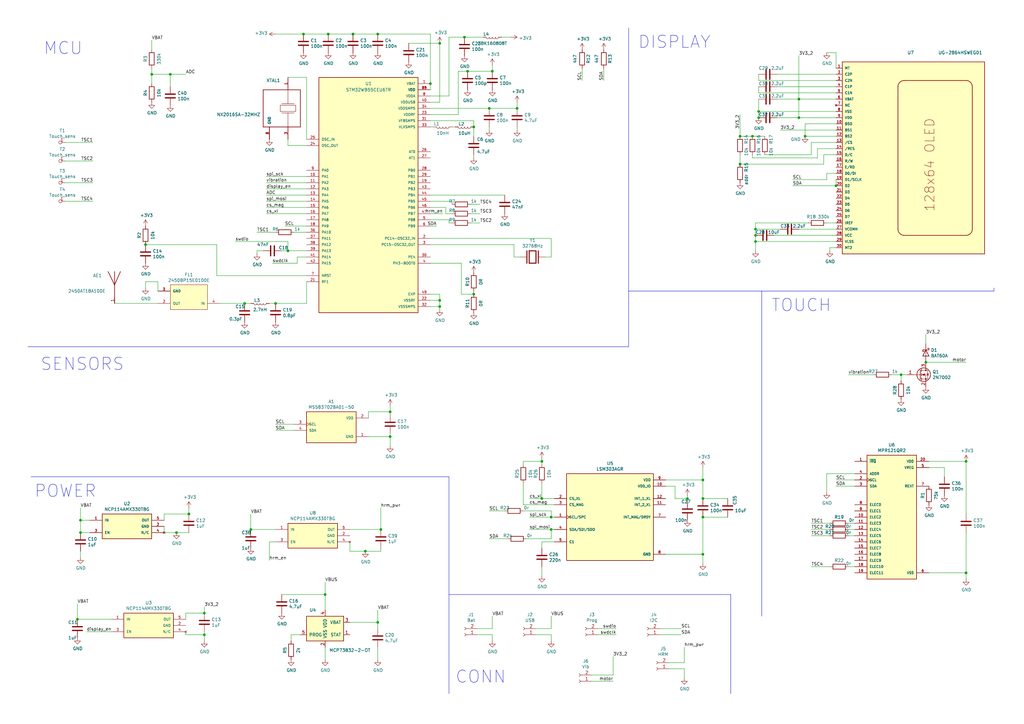
<source format=kicad_sch>
(kicad_sch (version 20230121) (generator eeschema)
  (paper "A3")
  (lib_symbols
    (symbol "Battery_Management:MCP73832-2-OT" (pin_names (offset 1.016))
      (property "Reference" "U" (at -7.62 6.35 0))
      (property "Value" "MCP73832-2-OT" (at 1.27 6.35 0))
      (symbol "MCP73832-2-OT_1_1"
        (pin output line (at 10.16 -2.54 180) (length 2.54) (name "STAT") (number "1"))
        (pin power_in line (at 0 -7.62 90) (length 2.54) (name "VSS") (number "2"))
        (pin power_out line (at 10.16 2.54 180) (length 2.54) (name "VBAT") (number "3"))
        (pin power_in line (at 0 7.62 270) (length 2.54) (name "VDD") (number "4"))
        (pin input line (at -10.16 -2.54 0) (length 2.54) (name "PROG") (number "5"))
      )
    )
    (symbol "Connector:Conn_01x02_Female" (pin_names (offset 1.016) hide)
      (property "Reference" "J" (at 0 2.54 0))
      (property "Value" "Conn_01x02_Female" (at 0 -5.08 0))
      (symbol "Conn_01x02_Female_1_1"
        (pin passive line (at -5.08 0 0) (length 3.81) (name "Pin_1") (number "1"))
        (pin passive line (at -5.08 -2.54 0) (length 3.81) (name "Pin_2") (number "2"))
      )
    )
    (symbol "Device:C" (pin_numbers hide) (pin_names (offset 0.254))
      (property "Reference" "C" (at 0.635 2.54 0))
      (property "Value" "C" (at 0.635 -2.54 0))
      (symbol "C_1_1"
        (pin passive line (at 0 3.81 270) (length 2.794) (name "~") (number "1"))
        (pin passive line (at 0 -3.81 90) (length 2.794) (name "~") (number "2"))
      )
    )
    (symbol "Device:L" (pin_numbers hide) (pin_names (offset 1.016) hide)
      (property "Reference" "L" (at -1.27 0 90))
      (property "Value" "L" (at 1.905 0 90))
      (symbol "L_1_1"
        (pin passive line (at 0 3.81 270) (length 1.27) (name "1") (number "1"))
        (pin passive line (at 0 -3.81 90) (length 1.27) (name "2") (number "2"))
      )
    )
    (symbol "Device:R" (pin_numbers hide) (pin_names (offset 0))
      (property "Reference" "R" (at 2.032 0 90))
      (property "Value" "R" (at 0 0 90))
      (symbol "R_1_1"
        (pin passive line (at 0 3.81 270) (length 1.27) (name "~") (number "1"))
        (pin passive line (at 0 -3.81 90) (length 1.27) (name "~") (number "2"))
      )
    )
    (symbol "Diode:BAT60A" (pin_numbers hide) (pin_names (offset 1.016) hide)
      (property "Reference" "D" (at 0 2.54 0))
      (property "Value" "BAT60A" (at 0 -2.54 0))
      (symbol "BAT60A_1_1"
        (pin passive line (at -3.81 0 0) (length 2.54) (name "K") (number "1"))
        (pin passive line (at 3.81 0 180) (length 2.54) (name "A") (number "2"))
      )
    )
    (symbol "Transistor_FET:2N7002K" (pin_names hide)
      (property "Reference" "Q" (at 5.08 1.905 0))
      (property "Value" "2N7002K" (at 5.08 0 0))
      (symbol "2N7002K_1_1"
        (pin input line (at -5.08 0 0) (length 2.54) (name "G") (number "1"))
        (pin passive line (at 2.54 -5.08 90) (length 2.54) (name "S") (number "2"))
        (pin passive line (at 2.54 5.08 270) (length 2.54) (name "D") (number "3"))
      )
    )
    (symbol "d_watch_v2-rescue:12.87150-12.87150" (pin_numbers hide) (pin_names (offset 1.016) hide)
      (property "Reference" "Y" (at -5.08 3.81 0))
      (property "Value" "12.87150-12.87150" (at -5.08 -5.08 0))
      (symbol "12.87150-12.87150_0_0"
        (pin passive line (at -5.08 0 0) (length 2.54) (name "~") (number "1"))
        (pin passive line (at 5.08 0 180) (length 2.54) (name "~") (number "2"))
      )
    )
    (symbol "d_watch_v2-rescue:2450AT18A100E-2450AT18A100E" (pin_names (offset 1.016) hide)
      (property "Reference" "AE" (at -2.794 10.1854 0))
      (property "Value" "2450AT18A100E-2450AT18A100E" (at -2.667 -10.16 0))
      (symbol "2450AT18A100E-2450AT18A100E_0_0"
        (pin input line (at 0 -5.08 90) (length 2.54) (name "~") (number "1"))
      )
    )
    (symbol "d_watch_v2-rescue:2450BP15E0100E-2450BP15E0100E" (pin_names (offset 1.016))
      (property "Reference" "FL" (at -7.62 6.35 0))
      (property "Value" "2450BP15E0100E-2450BP15E0100E" (at -7.62 -7.62 0))
      (symbol "2450BP15E0100E-2450BP15E0100E_0_0"
        (pin output line (at 12.7 -2.54 180) (length 5.08) (name "GND") (number "1"))
        (pin output line (at 12.7 2.54 180) (length 5.08) (name "OUT") (number "2"))
        (pin output line (at 12.7 -2.54 180) (length 5.08) (name "GND") (number "3"))
        (pin input line (at -12.7 2.54 0) (length 5.08) (name "IN") (number "4"))
      )
    )
    (symbol "d_watch_v2-rescue:LSM303AGR-LSM303AGR" (pin_names (offset 1.016))
      (property "Reference" "U" (at -17.78 19.05 0))
      (property "Value" "LSM303AGR-LSM303AGR" (at -17.78 -19.05 0))
      (symbol "LSM303AGR-LSM303AGR_0_0"
        (pin input clock (at -22.86 0 0) (length 5.08) (name "SCL/SPC") (number "1"))
        (pin power_in line (at 22.86 12.7 180) (length 5.08) (name "VDD_IO") (number "10"))
        (pin output line (at 22.86 5.08 180) (length 5.08) (name "INT_2_XL") (number "11"))
        (pin output line (at 22.86 7.62 180) (length 5.08) (name "INT_1_XL") (number "12"))
        (pin input line (at -22.86 7.62 0) (length 5.08) (name "CS_XL") (number "2"))
        (pin input line (at -22.86 5.08 0) (length 5.08) (name "CS_MAG") (number "3"))
        (pin bidirectional line (at -22.86 -5.08 0) (length 5.08) (name "SDA/SDI/SDO") (number "4"))
        (pin passive line (at -22.86 -10.16 0) (length 5.08) (name "C1") (number "5"))
        (pin power_in line (at 22.86 -15.24 180) (length 5.08) (name "GND") (number "6"))
        (pin output line (at 22.86 0 180) (length 5.08) (name "INT_MAG/DRDY") (number "7"))
        (pin power_in line (at 22.86 -15.24 180) (length 5.08) (name "GND") (number "8"))
        (pin power_in line (at 22.86 15.24 180) (length 5.08) (name "VDD") (number "9"))
      )
    )
    (symbol "d_watch_v2-rescue:MPR121QR2-MPR121QR2" (pin_names (offset 1.016))
      (property "Reference" "U" (at -9.9314 26.2128 0))
      (property "Value" "MPR121QR2-MPR121QR2" (at -9.9314 -27.9908 0))
      (symbol "MPR121QR2-MPR121QR2_0_0"
        (pin input line (at -15.24 22.86 0) (length 5.08) (name "~{IRQ}") (number "1"))
        (pin input line (at -15.24 0 0) (length 5.08) (name "ELEC2") (number "10"))
        (pin input line (at -15.24 -2.54 0) (length 5.08) (name "ELEC3") (number "11"))
        (pin input line (at -15.24 -5.08 0) (length 5.08) (name "ELEC4") (number "12"))
        (pin input line (at -15.24 -7.62 0) (length 5.08) (name "ELEC5") (number "13"))
        (pin input line (at -15.24 -10.16 0) (length 5.08) (name "ELEC6") (number "14"))
        (pin input line (at -15.24 -12.7 0) (length 5.08) (name "ELEC7") (number "15"))
        (pin input line (at -15.24 -15.24 0) (length 5.08) (name "ELEC8") (number "16"))
        (pin input line (at -15.24 -17.78 0) (length 5.08) (name "ELEC9") (number "17"))
        (pin input line (at -15.24 -20.32 0) (length 5.08) (name "ELEC10") (number "18"))
        (pin input line (at -15.24 -22.86 0) (length 5.08) (name "ELEC11") (number "19"))
        (pin input clock (at -15.24 15.24 0) (length 5.08) (name "SCL") (number "2"))
        (pin power_in line (at 15.24 22.86 180) (length 5.08) (name "VDD") (number "20"))
        (pin bidirectional line (at -15.24 12.7 0) (length 5.08) (name "SDA") (number "3"))
        (pin input line (at -15.24 17.78 0) (length 5.08) (name "ADDR") (number "4"))
        (pin power_in line (at 15.24 20.32 180) (length 5.08) (name "VREG") (number "5"))
        (pin power_in line (at 15.24 -22.86 180) (length 5.08) (name "VSS") (number "6"))
        (pin passive line (at 15.24 12.7 180) (length 5.08) (name "REXT") (number "7"))
        (pin input line (at -15.24 5.08 0) (length 5.08) (name "ELEC0") (number "8"))
        (pin input line (at -15.24 2.54 0) (length 5.08) (name "ELEC1") (number "9"))
      )
    )
    (symbol "d_watch_v2-rescue:MS583702BA01-50-MS583702BA01-50" (pin_names (offset 1.016))
      (property "Reference" "A" (at -10.16 6.35 0))
      (property "Value" "MS583702BA01-50-MS583702BA01-50" (at -10.16 -8.89 0))
      (symbol "MS583702BA01-50-MS583702BA01-50_0_0"
        (pin power_in line (at 15.24 -5.08 180) (length 5.08) (name "GND") (number "1"))
        (pin power_in line (at 15.24 2.54 180) (length 5.08) (name "VDD") (number "2"))
        (pin input clock (at -15.24 0 0) (length 5.08) (name "SCL") (number "3"))
        (pin bidirectional line (at -15.24 -2.54 0) (length 5.08) (name "SDA") (number "4"))
      )
    )
    (symbol "d_watch_v2-rescue:NCP114AMX330TBG-NCP114AMX330TBG" (pin_names (offset 1.016))
      (property "Reference" "U" (at -10.1854 5.1054 0))
      (property "Value" "NCP114AMX330TBG-NCP114AMX330TBG" (at -10.1854 -7.6454 0))
      (symbol "NCP114AMX330TBG-NCP114AMX330TBG_0_0"
        (pin input line (at -15.24 2.54 0) (length 5.08) (name "IN") (number "1"))
        (pin power_in line (at 15.24 0 180) (length 5.08) (name "GND") (number "2"))
        (pin input line (at -15.24 -2.54 0) (length 5.08) (name "EN") (number "3"))
        (pin no_connect line (at 15.24 -2.54 180) (length 5.08) (name "N/C") (number "4"))
        (pin output line (at 15.24 2.54 180) (length 5.08) (name "OUT") (number "5"))
      )
    )
    (symbol "d_watch_v2-rescue:NX2016SA-52MHZ-EXS00A-CS07103-NX2016SA-52MHZ-EXS00A-CS07103" (pin_names (offset 1.016))
      (property "Reference" "XTAL" (at -7.62 8.89 0))
      (property "Value" "NX2016SA-52MHZ-EXS00A-CS07103-NX2016SA-52MHZ-EXS00A-CS07103" (at -7.62 -10.16 0))
      (symbol "NX2016SA-52MHZ-EXS00A-CS07103-NX2016SA-52MHZ-EXS00A-CS07103_0_0"
        (pin passive line (at -12.7 2.54 0) (length 5.08) (name "~") (number "1"))
        (pin power_in line (at 12.7 -5.08 180) (length 5.08) (name "GND") (number "2"))
        (pin passive line (at 12.7 2.54 180) (length 5.08) (name "~") (number "3"))
        (pin power_in line (at 12.7 -5.08 180) (length 5.08) (name "GND") (number "4"))
      )
    )
    (symbol "d_watch_v2-rescue:STM32WB55CEU6TR-STM32WB55CEU6TR" (pin_names (offset 1.016))
      (property "Reference" "U" (at -20.32 49.53 0))
      (property "Value" "STM32WB55CEU6TR-STM32WB55CEU6TR" (at -20.32 -49.53 0))
      (symbol "STM32WB55CEU6TR-STM32WB55CEU6TR_0_0"
        (pin power_in line (at 25.4 45.72 180) (length 5.08) (name "VBAT") (number "1"))
        (pin bidirectional line (at -25.4 7.62 0) (length 5.08) (name "PA1") (number "10"))
        (pin bidirectional line (at -25.4 5.08 0) (length 5.08) (name "PA2") (number "11"))
        (pin bidirectional line (at -25.4 2.54 0) (length 5.08) (name "PA3") (number "12"))
        (pin bidirectional line (at -25.4 0 0) (length 5.08) (name "PA4") (number "13"))
        (pin bidirectional line (at -25.4 -2.54 0) (length 5.08) (name "PA5") (number "14"))
        (pin bidirectional line (at -25.4 -5.08 0) (length 5.08) (name "PA6") (number "15"))
        (pin bidirectional line (at -25.4 -7.62 0) (length 5.08) (name "PA7") (number "16"))
        (pin bidirectional line (at -25.4 -10.16 0) (length 5.08) (name "PA8") (number "17"))
        (pin bidirectional line (at -25.4 -12.7 0) (length 5.08) (name "PA9") (number "18"))
        (pin bidirectional line (at 25.4 5.08 180) (length 5.08) (name "PB2") (number "19"))
        (pin bidirectional line (at 25.4 -17.78 180) (length 5.08) (name "PC14-OSC32_IN") (number "2"))
        (pin power_in line (at 25.4 43.18 180) (length 5.08) (name "VDD") (number "20"))
        (pin bidirectional line (at -25.4 -35.56 0) (length 5.08) (name "RF1") (number "21"))
        (pin power_in line (at 25.4 -43.18 180) (length 5.08) (name "VSSRF") (number "22"))
        (pin power_in line (at 25.4 33.02 180) (length 5.08) (name "VDDRF") (number "23"))
        (pin output line (at -25.4 20.32 0) (length 5.08) (name "OSC_OUT") (number "24"))
        (pin input line (at -25.4 22.86 0) (length 5.08) (name "OSC_IN") (number "25"))
        (pin output line (at 25.4 17.78 180) (length 5.08) (name "AT0") (number "26"))
        (pin output line (at 25.4 15.24 180) (length 5.08) (name "AT1") (number "27"))
        (pin bidirectional line (at 25.4 10.16 180) (length 5.08) (name "PB0") (number "28"))
        (pin bidirectional line (at 25.4 7.62 180) (length 5.08) (name "PB1") (number "29"))
        (pin bidirectional line (at 25.4 -20.32 180) (length 5.08) (name "PC15-OSC32_OUT") (number "3"))
        (pin bidirectional line (at 25.4 -25.4 180) (length 5.08) (name "PE4") (number "30"))
        (pin power_in line (at 25.4 30.48 180) (length 5.08) (name "VFBSMPS") (number "31"))
        (pin power_in line (at 25.4 -45.72 180) (length 5.08) (name "VSSSMPS") (number "32"))
        (pin power_in line (at 25.4 27.94 180) (length 5.08) (name "VLXSMPS") (number "33"))
        (pin power_in line (at 25.4 35.56 180) (length 5.08) (name "VDDSMPS") (number "34"))
        (pin power_in line (at 25.4 43.18 180) (length 5.08) (name "VDD") (number "35"))
        (pin bidirectional line (at -25.4 -15.24 0) (length 5.08) (name "PA10") (number "36"))
        (pin bidirectional line (at -25.4 -17.78 0) (length 5.08) (name "PA11") (number "37"))
        (pin bidirectional line (at -25.4 -20.32 0) (length 5.08) (name "PA12") (number "38"))
        (pin bidirectional line (at -25.4 -22.86 0) (length 5.08) (name "PA13") (number "39"))
        (pin bidirectional line (at 25.4 -27.94 180) (length 5.08) (name "PH3-BOOT0") (number "4"))
        (pin power_in line (at 25.4 38.1 180) (length 5.08) (name "VDDUSB") (number "40"))
        (pin bidirectional line (at -25.4 -25.4 0) (length 5.08) (name "PA14") (number "41"))
        (pin bidirectional line (at -25.4 -27.94 0) (length 5.08) (name "PA15") (number "42"))
        (pin bidirectional line (at 25.4 2.54 180) (length 5.08) (name "PB3") (number "43"))
        (pin bidirectional line (at 25.4 0 180) (length 5.08) (name "PB4") (number "44"))
        (pin bidirectional line (at 25.4 -2.54 180) (length 5.08) (name "PB5") (number "45"))
        (pin bidirectional line (at 25.4 -5.08 180) (length 5.08) (name "PB6") (number "46"))
        (pin bidirectional line (at 25.4 -7.62 180) (length 5.08) (name "PB7") (number "47"))
        (pin power_in line (at 25.4 43.18 180) (length 5.08) (name "VDD") (number "48"))
        (pin power_in line (at 25.4 -40.64 180) (length 5.08) (name "EXP") (number "49"))
        (pin bidirectional line (at 25.4 -10.16 180) (length 5.08) (name "PB8") (number "5"))
        (pin bidirectional line (at 25.4 -12.7 180) (length 5.08) (name "PB9") (number "6"))
        (pin bidirectional line (at -25.4 -33.02 0) (length 5.08) (name "NRST") (number "7"))
        (pin power_in line (at 25.4 40.64 180) (length 5.08) (name "VDDA") (number "8"))
        (pin bidirectional line (at -25.4 10.16 0) (length 5.08) (name "PA0") (number "9"))
      )
    )
    (symbol "d_watch_v2-rescue:Touch_sens-touch_sens" (pin_names (offset 1.016))
      (property "Reference" "T" (at 0 -2.54 0))
      (property "Value" "Touch_sens-touch_sens" (at 0 2.54 0))
      (symbol "Touch_sens-touch_sens_1_1"
        (pin output inverted (at 0 0 0) (length 2.54) (name "~") (number "1"))
      )
    )
    (symbol "d_watch_v2-rescue:UG-2864HSWEG01-UG-2864HSWEG01" (pin_names (offset 1.016))
      (property "Reference" "U" (at 17.78 10.16 0))
      (property "Value" "UG-2864HSWEG01-UG-2864HSWEG01" (at -15.24 7.62 0))
      (symbol "UG-2864HSWEG01-UG-2864HSWEG01_0_0"
        (text "128x64 OLED" (at -15.24 15.24 0) (effects (font (size 3.81 3.81)) (justify left bottom)))
        (pin input line (at -35.56 -25.4 90) (length 2.54) (name "MT") (number "1"))
        (pin input line (at -12.7 -25.4 90) (length 2.54) (name "BS0") (number "10"))
        (pin input line (at -10.16 -25.4 90) (length 2.54) (name "BS1") (number "11"))
        (pin input line (at -7.62 -25.4 90) (length 2.54) (name "BS2") (number "12"))
        (pin input line (at -5.08 -25.4 90) (length 2.54) (name "/CS") (number "13"))
        (pin input line (at -2.54 -25.4 90) (length 2.54) (name "/RES") (number "14"))
        (pin input line (at 0 -25.4 90) (length 2.54) (name "D/C") (number "15"))
        (pin input line (at 2.54 -25.4 90) (length 2.54) (name "R/W") (number "16"))
        (pin input line (at 5.08 -25.4 90) (length 2.54) (name "E/RD") (number "17"))
        (pin bidirectional line (at 7.62 -25.4 90) (length 2.54) (name "D0/DI") (number "18"))
        (pin bidirectional line (at 10.16 -25.4 90) (length 2.54) (name "D1/SCLK") (number "19"))
        (pin input line (at -33.02 -25.4 90) (length 2.54) (name "C2P") (number "2"))
        (pin bidirectional line (at 12.7 -25.4 90) (length 2.54) (name "D2") (number "20"))
        (pin bidirectional line (at 15.24 -25.4 90) (length 2.54) (name "D3") (number "21"))
        (pin bidirectional line (at 17.78 -25.4 90) (length 2.54) (name "D4") (number "22"))
        (pin bidirectional line (at 20.32 -25.4 90) (length 2.54) (name "D5") (number "23"))
        (pin bidirectional line (at 22.86 -25.4 90) (length 2.54) (name "D6") (number "24"))
        (pin bidirectional line (at 25.4 -25.4 90) (length 2.54) (name "D7") (number "25"))
        (pin input line (at 27.94 -25.4 90) (length 2.54) (name "IREF") (number "26"))
        (pin output line (at 30.48 -25.4 90) (length 2.54) (name "VCOMH") (number "27"))
        (pin power_in line (at 33.02 -25.4 90) (length 2.54) (name "VCC") (number "28"))
        (pin power_in line (at 35.56 -25.4 90) (length 2.54) (name "VLSS") (number "29"))
        (pin input line (at -30.48 -25.4 90) (length 2.54) (name "C2N") (number "3"))
        (pin input line (at 38.1 -25.4 90) (length 2.54) (name "MT2") (number "30"))
        (pin input line (at -27.94 -25.4 90) (length 2.54) (name "C1P") (number "4"))
        (pin input line (at -25.4 -25.4 90) (length 2.54) (name "C1N") (number "5"))
        (pin input line (at -22.86 -25.4 90) (length 2.54) (name "VBAT") (number "6"))
        (pin no_connect line (at -20.32 -25.4 90) (length 2.54) (name "NC") (number "7"))
        (pin power_in line (at -17.78 -25.4 90) (length 2.54) (name "VSS") (number "8"))
        (pin power_in line (at -15.24 -25.4 90) (length 2.54) (name "VDD") (number "9"))
      )
    )
    (symbol "power:+3.3V" (power) (pin_names (offset 0))
      (property "Value" "+3.3V" (at 0 3.556 0))
      (symbol "+3.3V_1_1"
        (pin power_in line (at 0 0 90) (length 0) hide (name "+3V3") (number "1"))
      )
    )
    (symbol "power:GND" (power) (pin_names (offset 0))
      (property "Value" "GND" (at 0 -3.81 0))
      (symbol "GND_1_1"
        (pin power_in line (at 0 0 270) (length 0) hide (name "GND") (number "1"))
      )
    )
  )
  (junction (at 33.02 218.44))
  (junction (at 33.02 213.36))
  (junction (at 327.66 40.64))
  (junction (at 100.33 124.46))
  (junction (at 102.87 217.17))
  (junction (at 288.29 212.09))
  (junction (at 309.88 93.98))
  (junction (at 154.94 13.97))
  (junction (at 72.39 218.44))
  (junction (at 154.94 255.27))
  (junction (at 396.24 189.23))
  (junction (at 180.34 17.78))
  (junction (at 113.03 124.46))
  (junction (at 83.82 260.35))
  (junction (at 303.53 55.88))
  (junction (at 190.5 15.24))
  (junction (at 369.57 153.67))
  (junction (at 133.35 243.84))
  (junction (at 118.11 102.87))
  (junction (at 194.31 52.07))
  (junction (at 69.85 30.48))
  (junction (at 226.06 217.17))
  (junction (at 379.73 148.59))
  (junction (at 201.93 29.21))
  (junction (at 396.24 234.95))
  (junction (at 303.53 67.31))
  (junction (at 124.46 13.97))
  (junction (at 160.02 168.91))
  (junction (at 194.31 120.65))
  (junction (at 309.88 96.52))
  (junction (at 77.47 210.82))
  (junction (at 288.29 204.47))
  (junction (at 83.82 251.46))
  (junction (at 59.69 100.33))
  (junction (at 311.15 45.72))
  (junction (at 31.75 254))
  (junction (at 149.86 226.06))
  (junction (at 200.66 44.45))
  (junction (at 288.29 196.85))
  (junction (at 156.21 217.17))
  (junction (at 288.29 227.33))
  (junction (at 134.62 13.97))
  (junction (at 180.34 123.19))
  (junction (at 212.09 44.45))
  (junction (at 226.06 212.09))
  (junction (at 308.61 55.88))
  (junction (at 222.25 189.23))
  (junction (at 176.53 34.29))
  (junction (at 281.94 204.47))
  (junction (at 311.15 48.26))
  (junction (at 180.34 125.73))
  (junction (at 342.9 76.2))
  (junction (at 327.66 48.26))
  (junction (at 160.02 179.07))
  (junction (at 330.2 55.88))
  (junction (at 222.25 204.47))
  (junction (at 144.78 13.97))
  (junction (at 309.88 99.06))
  (junction (at 191.77 29.21))
  (junction (at 62.23 30.48))
  (wire (pts (xy 226.06 212.09) (xy 217.17 212.09)))
  (wire (pts (xy 118.11 57.15) (xy 118.11 59.69)))
  (wire (pts (xy 342.9 38.1) (xy 311.15 38.1)))
  (wire (pts (xy 134.62 13.97) (xy 144.78 13.97)))
  (wire (pts (xy 381 191.77) (xy 387.35 191.77)))
  (wire (pts (xy 245.11 260.35) (xy 252.73 260.35)))
  (wire (pts (xy 69.85 35.56) (xy 69.85 30.48)))
  (wire (pts (xy 342.9 101.6) (xy 340.36 101.6)))
  (wire (pts (xy 219.71 257.81) (xy 226.06 257.81)))
  (wire (pts (xy 214.63 189.23) (xy 222.25 189.23)))
  (wire (pts (xy 215.9 220.98) (xy 226.06 220.98)))
  (wire (pts (xy 288.29 227.33) (xy 288.29 231.14)))
  (wire (pts (xy 347.98 232.41) (xy 350.52 232.41)))
  (wire (pts (xy 365.76 153.67) (xy 369.57 153.67)))
  (polyline (pts (xy 257.81 119.38) (xy 407.67 119.38)))
  (wire (pts (xy 160.02 179.07) (xy 160.02 182.88)))
  (wire (pts (xy 191.77 29.21) (xy 201.93 29.21)))
  (wire (pts (xy 327.66 22.86) (xy 327.66 40.64)))
  (wire (pts (xy 339.09 73.66) (xy 325.12 73.66)))
  (wire (pts (xy 342.9 99.06) (xy 309.88 99.06)))
  (wire (pts (xy 120.65 95.25) (xy 125.73 95.25)))
  (wire (pts (xy 102.87 210.82) (xy 102.87 217.17)))
  (wire (pts (xy 184.15 91.44) (xy 185.42 91.44)))
  (wire (pts (xy 176.53 100.33) (xy 210.82 100.33)))
  (wire (pts (xy 118.11 102.87) (xy 118.11 99.06)))
  (wire (pts (xy 309.88 96.52) (xy 309.88 99.06)))
  (wire (pts (xy 214.63 207.01) (xy 214.63 198.12)))
  (wire (pts (xy 111.76 107.95) (xy 121.92 107.95)))
  (wire (pts (xy 335.28 60.96) (xy 335.28 64.77)))
  (wire (pts (xy 330.2 55.88) (xy 342.9 55.88)))
  (wire (pts (xy 226.06 209.55) (xy 226.06 212.09)))
  (wire (pts (xy 176.53 90.17) (xy 184.15 90.17)))
  (wire (pts (xy 119.38 260.35) (xy 119.38 262.89)))
  (wire (pts (xy 113.03 124.46) (xy 125.73 124.46)))
  (wire (pts (xy 67.31 210.82) (xy 77.47 210.82)))
  (wire (pts (xy 180.34 41.91) (xy 180.34 17.78)))
  (wire (pts (xy 124.46 13.97) (xy 134.62 13.97)))
  (wire (pts (xy 154.94 255.27) (xy 154.94 257.81)))
  (wire (pts (xy 276.86 199.39) (xy 276.86 204.47)))
  (wire (pts (xy 33.02 208.28) (xy 33.02 213.36)))
  (wire (pts (xy 124.46 13.97) (xy 113.03 13.97)))
  (wire (pts (xy 195.58 260.35) (xy 201.93 260.35)))
  (wire (pts (xy 105.41 95.25) (xy 113.03 95.25)))
  (wire (pts (xy 182.88 85.09) (xy 182.88 87.63)))
  (wire (pts (xy 337.82 67.31) (xy 303.53 67.31)))
  (wire (pts (xy 347.98 153.67) (xy 358.14 153.67)))
  (wire (pts (xy 327.66 48.26) (xy 318.77 48.26)))
  (wire (pts (xy 154.94 13.97) (xy 176.53 13.97)))
  (wire (pts (xy 31.75 254) (xy 31.75 247.65)))
  (wire (pts (xy 143.51 217.17) (xy 156.21 217.17)))
  (wire (pts (xy 274.32 274.32) (xy 280.67 274.32)))
  (wire (pts (xy 342.9 45.72) (xy 311.15 45.72)))
  (wire (pts (xy 379.73 140.97) (xy 379.73 137.16)))
  (wire (pts (xy 67.31 218.44) (xy 72.39 218.44)))
  (wire (pts (xy 280.67 274.32) (xy 280.67 278.13)))
  (wire (pts (xy 105.41 102.87) (xy 105.41 104.14)))
  (wire (pts (xy 340.36 219.71) (xy 332.74 219.71)))
  (wire (pts (xy 62.23 30.48) (xy 69.85 30.48)))
  (wire (pts (xy 102.87 124.46) (xy 100.33 124.46)))
  (wire (pts (xy 176.53 52.07) (xy 177.8 52.07)))
  (wire (pts (xy 222.25 204.47) (xy 227.33 204.47)))
  (polyline (pts (xy 407.67 119.38) (xy 407.67 118.11)))
  (wire (pts (xy 311.15 38.1) (xy 311.15 35.56)))
  (wire (pts (xy 160.02 166.37) (xy 160.02 168.91)))
  (wire (pts (xy 151.13 171.45) (xy 151.13 168.91)))
  (wire (pts (xy 342.9 60.96) (xy 335.28 60.96)))
  (wire (pts (xy 185.42 82.55) (xy 185.42 83.82)))
  (wire (pts (xy 26.67 66.04) (xy 38.1 66.04)))
  (wire (pts (xy 313.69 55.88) (xy 308.61 55.88)))
  (wire (pts (xy 176.53 107.95) (xy 189.23 107.95)))
  (wire (pts (xy 187.96 46.99) (xy 187.96 29.21)))
  (wire (pts (xy 189.23 107.95) (xy 189.23 120.65)))
  (wire (pts (xy 176.53 82.55) (xy 185.42 82.55)))
  (wire (pts (xy 176.53 97.79) (xy 226.06 97.79)))
  (wire (pts (xy 207.01 209.55) (xy 200.66 209.55)))
  (polyline (pts (xy 11.43 142.24) (xy 257.81 142.24)))
  (wire (pts (xy 125.73 80.01) (xy 109.22 80.01)))
  (wire (pts (xy 350.52 194.31) (xy 339.09 194.31)))
  (wire (pts (xy 118.11 102.87) (xy 125.73 102.87)))
  (wire (pts (xy 149.86 226.06) (xy 156.21 226.06)))
  (wire (pts (xy 36.83 218.44) (xy 33.02 218.44)))
  (wire (pts (xy 298.45 212.09) (xy 288.29 212.09)))
  (wire (pts (xy 339.09 194.31) (xy 339.09 201.93)))
  (wire (pts (xy 181.61 87.63) (xy 176.53 87.63)))
  (wire (pts (xy 208.28 220.98) (xy 200.66 220.98)))
  (wire (pts (xy 176.53 13.97) (xy 176.53 34.29)))
  (wire (pts (xy 133.35 238.76) (xy 133.35 243.84)))
  (wire (pts (xy 205.74 15.24) (xy 209.55 15.24)))
  (wire (pts (xy 184.15 39.37) (xy 184.15 15.24)))
  (wire (pts (xy 350.52 217.17) (xy 347.98 217.17)))
  (wire (pts (xy 222.25 222.25) (xy 222.25 224.79)))
  (wire (pts (xy 110.49 222.25) (xy 113.03 222.25)))
  (wire (pts (xy 26.67 58.42) (xy 38.1 58.42)))
  (polyline (pts (xy 12.7 195.58) (xy 184.15 195.58)))
  (wire (pts (xy 276.86 204.47) (xy 281.94 204.47)))
  (wire (pts (xy 332.74 232.41) (xy 340.36 232.41)))
  (wire (pts (xy 64.77 119.38) (xy 64.77 115.57)))
  (wire (pts (xy 133.35 243.84) (xy 133.35 250.19)))
  (wire (pts (xy 396.24 218.44) (xy 396.24 234.95)))
  (wire (pts (xy 143.51 222.25) (xy 143.51 226.06)))
  (wire (pts (xy 176.53 92.71) (xy 179.07 92.71)))
  (wire (pts (xy 176.53 41.91) (xy 180.34 41.91)))
  (wire (pts (xy 176.53 125.73) (xy 180.34 125.73)))
  (wire (pts (xy 176.53 123.19) (xy 180.34 123.19)))
  (wire (pts (xy 176.53 120.65) (xy 180.34 120.65)))
  (wire (pts (xy 342.9 21.59) (xy 339.09 21.59)))
  (wire (pts (xy 194.31 119.38) (xy 194.31 120.65)))
  (wire (pts (xy 327.66 40.64) (xy 327.66 48.26)))
  (wire (pts (xy 180.34 125.73) (xy 180.34 127)))
  (wire (pts (xy 38.1 82.55) (xy 26.67 82.55)))
  (wire (pts (xy 113.03 124.46) (xy 110.49 124.46)))
  (wire (pts (xy 118.11 31.75) (xy 125.73 31.75)))
  (wire (pts (xy 187.96 29.21) (xy 191.77 29.21)))
  (wire (pts (xy 350.52 219.71) (xy 347.98 219.71)))
  (wire (pts (xy 214.63 190.5) (xy 214.63 189.23)))
  (wire (pts (xy 109.22 74.93) (xy 125.73 74.93)))
  (wire (pts (xy 156.21 208.28) (xy 156.21 217.17)))
  (wire (pts (xy 125.73 87.63) (xy 109.22 87.63)))
  (wire (pts (xy 125.73 124.46) (xy 125.73 115.57)))
  (wire (pts (xy 212.09 41.91) (xy 212.09 44.45)))
  (polyline (pts (xy 312.42 119.38) (xy 312.42 252.73)))
  (wire (pts (xy 125.73 72.39) (xy 109.22 72.39)))
  (wire (pts (xy 280.67 271.78) (xy 280.67 265.43)))
  (wire (pts (xy 369.57 156.21) (xy 369.57 153.67)))
  (wire (pts (xy 270.51 260.35) (xy 279.4 260.35)))
  (wire (pts (xy 212.09 52.07) (xy 212.09 53.34)))
  (wire (pts (xy 342.9 196.85) (xy 350.52 196.85)))
  (wire (pts (xy 160.02 168.91) (xy 160.02 170.18)))
  (wire (pts (xy 342.9 48.26) (xy 327.66 48.26)))
  (wire (pts (xy 219.71 260.35) (xy 226.06 260.35)))
  (wire (pts (xy 387.35 191.77) (xy 387.35 195.58)))
  (wire (pts (xy 270.51 257.81) (xy 279.4 257.81)))
  (wire (pts (xy 340.36 101.6) (xy 340.36 102.87)))
  (wire (pts (xy 118.11 59.69) (xy 125.73 59.69)))
  (wire (pts (xy 176.53 36.83) (xy 176.53 34.29)))
  (wire (pts (xy 369.57 153.67) (xy 372.11 153.67)))
  (wire (pts (xy 332.74 63.5) (xy 313.69 63.5)))
  (wire (pts (xy 311.15 33.02) (xy 311.15 30.48)))
  (wire (pts (xy 318.77 30.48) (xy 342.9 30.48)))
  (wire (pts (xy 125.73 77.47) (xy 109.22 77.47)))
  (wire (pts (xy 238.76 33.02) (xy 238.76 27.94)))
  (wire (pts (xy 342.9 53.34) (xy 320.04 53.34)))
  (wire (pts (xy 115.57 102.87) (xy 118.11 102.87)))
  (wire (pts (xy 201.93 26.67) (xy 201.93 29.21)))
  (wire (pts (xy 184.15 90.17) (xy 184.15 91.44)))
  (wire (pts (xy 69.85 30.48) (xy 76.2 30.48)))
  (wire (pts (xy 64.77 115.57) (xy 59.69 115.57)))
  (wire (pts (xy 125.73 85.09) (xy 109.22 85.09)))
  (wire (pts (xy 340.36 217.17) (xy 332.74 217.17)))
  (wire (pts (xy 144.78 13.97) (xy 154.94 13.97)))
  (wire (pts (xy 83.82 260.35) (xy 83.82 259.08)))
  (wire (pts (xy 342.9 76.2) (xy 325.12 76.2)))
  (wire (pts (xy 281.94 203.2) (xy 281.94 204.47)))
  (wire (pts (xy 184.15 15.24) (xy 190.5 15.24)))
  (wire (pts (xy 342.9 40.64) (xy 327.66 40.64)))
  (wire (pts (xy 76.2 251.46) (xy 83.82 251.46)))
  (wire (pts (xy 193.04 87.63) (xy 196.85 87.63)))
  (wire (pts (xy 77.47 210.82) (xy 77.47 208.28)))
  (wire (pts (xy 342.9 63.5) (xy 337.82 63.5)))
  (wire (pts (xy 194.31 63.5) (xy 194.31 64.77)))
  (wire (pts (xy 45.72 254) (xy 31.75 254)))
  (wire (pts (xy 396.24 189.23) (xy 396.24 210.82)))
  (wire (pts (xy 214.63 207.01) (xy 227.33 207.01)))
  (wire (pts (xy 113.03 176.53) (xy 120.65 176.53)))
  (wire (pts (xy 342.9 50.8) (xy 330.2 50.8)))
  (wire (pts (xy 342.9 33.02) (xy 311.15 33.02)))
  (wire (pts (xy 62.23 27.94) (xy 62.23 30.48)))
  (wire (pts (xy 251.46 269.24) (xy 251.46 276.86)))
  (wire (pts (xy 46.99 124.46) (xy 64.77 124.46)))
  (wire (pts (xy 288.29 196.85) (xy 288.29 204.47)))
  (wire (pts (xy 123.19 260.35) (xy 119.38 260.35)))
  (polyline (pts (xy 184.15 243.84) (xy 299.72 243.84)))
  (wire (pts (xy 185.42 52.07) (xy 186.69 52.07)))
  (wire (pts (xy 213.36 105.41) (xy 210.82 105.41)))
  (wire (pts (xy 201.93 257.81) (xy 201.93 252.73)))
  (wire (pts (xy 176.53 85.09) (xy 182.88 85.09)))
  (wire (pts (xy 194.31 52.07) (xy 194.31 55.88)))
  (wire (pts (xy 115.57 243.84) (xy 133.35 243.84)))
  (wire (pts (xy 342.9 199.39) (xy 350.52 199.39)))
  (wire (pts (xy 318.77 35.56) (xy 342.9 35.56)))
  (wire (pts (xy 90.17 124.46) (xy 100.33 124.46)))
  (wire (pts (xy 311.15 40.64) (xy 311.15 45.72)))
  (wire (pts (xy 342.9 27.94) (xy 342.9 21.59)))
  (wire (pts (xy 330.2 50.8) (xy 330.2 55.88)))
  (wire (pts (xy 309.88 91.44) (xy 309.88 93.98)))
  (wire (pts (xy 222.25 189.23) (xy 222.25 187.96)))
  (wire (pts (xy 381 234.95) (xy 396.24 234.95)))
  (wire (pts (xy 118.11 99.06) (xy 96.52 99.06)))
  (wire (pts (xy 76.2 259.08) (xy 76.2 260.35)))
  (wire (pts (xy 193.04 83.82) (xy 196.85 83.82)))
  (wire (pts (xy 83.82 262.89) (xy 83.82 260.35)))
  (wire (pts (xy 342.9 76.2) (xy 342.9 73.66)))
  (wire (pts (xy 227.33 222.25) (xy 222.25 222.25)))
  (wire (pts (xy 350.52 214.63) (xy 347.98 214.63)))
  (wire (pts (xy 33.02 213.36) (xy 33.02 218.44)))
  (wire (pts (xy 308.61 64.77) (xy 308.61 63.5)))
  (wire (pts (xy 342.9 93.98) (xy 327.66 93.98)))
  (wire (pts (xy 193.04 91.44) (xy 196.85 91.44)))
  (wire (pts (xy 176.53 44.45) (xy 200.66 44.45)))
  (wire (pts (xy 247.65 33.02) (xy 247.65 27.94)))
  (wire (pts (xy 217.17 204.47) (xy 222.25 204.47)))
  (wire (pts (xy 102.87 217.17) (xy 113.03 217.17)))
  (wire (pts (xy 36.83 213.36) (xy 33.02 213.36)))
  (wire (pts (xy 154.94 265.43) (xy 154.94 270.51)))
  (wire (pts (xy 273.05 199.39) (xy 276.86 199.39)))
  (wire (pts (xy 337.82 63.5) (xy 337.82 67.31)))
  (wire (pts (xy 227.33 217.17) (xy 226.06 217.17)))
  (wire (pts (xy 151.13 179.07) (xy 160.02 179.07)))
  (polyline (pts (xy 299.72 243.84) (xy 299.72 284.48)))
  (wire (pts (xy 317.5 96.52) (xy 342.9 96.52)))
  (wire (pts (xy 121.92 105.41) (xy 125.73 105.41)))
  (wire (pts (xy 342.9 91.44) (xy 339.09 91.44)))
  (wire (pts (xy 76.2 254) (xy 76.2 251.46)))
  (wire (pts (xy 33.02 226.06) (xy 33.02 228.6)))
  (wire (pts (xy 396.24 148.59) (xy 379.73 148.59)))
  (wire (pts (xy 189.23 120.65) (xy 194.31 120.65)))
  (wire (pts (xy 226.06 257.81) (xy 226.06 252.73)))
  (wire (pts (xy 308.61 55.88) (xy 303.53 55.88)))
  (wire (pts (xy 113.03 173.99) (xy 120.65 173.99)))
  (wire (pts (xy 182.88 87.63) (xy 185.42 87.63)))
  (wire (pts (xy 143.51 226.06) (xy 149.86 226.06)))
  (wire (pts (xy 273.05 196.85) (xy 288.29 196.85)))
  (wire (pts (xy 121.92 107.95) (xy 121.92 105.41)))
  (wire (pts (xy 83.82 251.46) (xy 83.82 248.92)))
  (wire (pts (xy 226.06 97.79) (xy 226.06 105.41)))
  (wire (pts (xy 116.84 92.71) (xy 125.73 92.71)))
  (wire (pts (xy 143.51 255.27) (xy 154.94 255.27)))
  (wire (pts (xy 67.31 215.9) (xy 67.31 218.44)))
  (wire (pts (xy 180.34 120.65) (xy 180.34 123.19)))
  (wire (pts (xy 288.29 191.77) (xy 288.29 196.85)))
  (wire (pts (xy 176.53 46.99) (xy 187.96 46.99)))
  (wire (pts (xy 335.28 64.77) (xy 308.61 64.77)))
  (wire (pts (xy 226.06 260.35) (xy 226.06 262.89)))
  (wire (pts (xy 342.9 71.12) (xy 339.09 71.12)))
  (wire (pts (xy 222.25 204.47) (xy 222.25 198.12)))
  (wire (pts (xy 210.82 100.33) (xy 210.82 105.41)))
  (wire (pts (xy 176.53 39.37) (xy 184.15 39.37)))
  (wire (pts (xy 62.23 16.51) (xy 62.23 20.32)))
  (wire (pts (xy 200.66 44.45) (xy 212.09 44.45)))
  (wire (pts (xy 223.52 105.41) (xy 226.06 105.41)))
  (polyline (pts (xy 257.81 142.24) (xy 257.81 11.43)))
  (wire (pts (xy 242.57 279.4) (xy 251.46 279.4)))
  (wire (pts (xy 339.09 71.12) (xy 339.09 73.66)))
  (wire (pts (xy 133.35 265.43) (xy 133.35 270.51)))
  (wire (pts (xy 311.15 45.72) (xy 311.15 48.26)))
  (wire (pts (xy 320.04 93.98) (xy 309.88 93.98)))
  (wire (pts (xy 381 189.23) (xy 396.24 189.23)))
  (wire (pts (xy 226.06 220.98) (xy 226.06 217.17)))
  (wire (pts (xy 303.53 55.88) (xy 303.53 46.99)))
  (wire (pts (xy 222.25 232.41) (xy 222.25 236.22)))
  (wire (pts (xy 125.73 31.75) (xy 125.73 57.15)))
  (wire (pts (xy 180.34 123.19) (xy 180.34 125.73)))
  (wire (pts (xy 331.47 91.44) (xy 309.88 91.44)))
  (wire (pts (xy 151.13 168.91) (xy 160.02 168.91)))
  (wire (pts (xy 396.24 234.95) (xy 396.24 237.49)))
  (wire (pts (xy 125.73 82.55) (xy 109.22 82.55)))
  (wire (pts (xy 222.25 190.5) (xy 222.25 189.23)))
  (wire (pts (xy 180.34 17.78) (xy 167.64 17.78)))
  (wire (pts (xy 176.53 80.01) (xy 207.01 80.01)))
  (wire (pts (xy 190.5 15.24) (xy 198.12 15.24)))
  (wire (pts (xy 340.36 214.63) (xy 332.74 214.63)))
  (wire (pts (xy 309.88 93.98) (xy 309.88 96.52)))
  (wire (pts (xy 67.31 213.36) (xy 67.31 210.82)))
  (wire (pts (xy 332.74 58.42) (xy 332.74 63.5)))
  (wire (pts (xy 273.05 227.33) (xy 288.29 227.33)))
  (wire (pts (xy 288.29 212.09) (xy 288.29 227.33)))
  (wire (pts (xy 88.9 100.33) (xy 88.9 113.03)))
  (wire (pts (xy 245.11 257.81) (xy 252.73 257.81)))
  (wire (pts (xy 327.66 40.64) (xy 318.77 40.64)))
  (wire (pts (xy 227.33 212.09) (xy 226.06 212.09)))
  (wire (pts (xy 226.06 217.17) (xy 217.17 217.17)))
  (wire (pts (xy 59.69 115.57) (xy 59.69 118.11)))
  (wire (pts (xy 200.66 52.07) (xy 200.66 53.34)))
  (wire (pts (xy 156.21 226.06) (xy 156.21 224.79)))
  (wire (pts (xy 88.9 113.03) (xy 125.73 113.03)))
  (wire (pts (xy 38.1 74.93) (xy 26.67 74.93)))
  (wire (pts (xy 194.31 49.53) (xy 194.31 52.07)))
  (wire (pts (xy 72.39 218.44) (xy 77.47 218.44)))
  (wire (pts (xy 76.2 260.35) (xy 83.82 260.35)))
  (wire (pts (xy 107.95 102.87) (xy 105.41 102.87)))
  (wire (pts (xy 342.9 58.42) (xy 332.74 58.42)))
  (wire (pts (xy 62.23 30.48) (xy 62.23 34.29)))
  (wire (pts (xy 110.49 229.87) (xy 110.49 222.25)))
  (wire (pts (xy 309.88 99.06) (xy 309.88 102.87)))
  (wire (pts (xy 154.94 250.19) (xy 154.94 255.27)))
  (wire (pts (xy 59.69 100.33) (xy 88.9 100.33)))
  (wire (pts (xy 298.45 204.47) (xy 288.29 204.47)))
  (wire (pts (xy 274.32 271.78) (xy 280.67 271.78)))
  (wire (pts (xy 160.02 177.8) (xy 160.02 179.07)))
  (wire (pts (xy 214.63 209.55) (xy 226.06 209.55)))
  (wire (pts (xy 242.57 276.86) (xy 251.46 276.86)))
  (wire (pts (xy 201.93 260.35) (xy 201.93 262.89)))
  (wire (pts (xy 195.58 257.81) (xy 201.93 257.81)))
  (wire (pts (xy 303.53 67.31) (xy 303.53 63.5)))
  (wire (pts (xy 176.53 49.53) (xy 194.31 49.53)))
  (polyline (pts (xy 184.15 195.58) (xy 184.15 284.48)))
  (wire (pts (xy 281.94 204.47) (xy 281.94 205.74)))
  (wire (pts (xy 35.56 259.08) (xy 45.72 259.08)))
  (text "SENSORS" (at 16.51 152.4 0) (effects (font (size 5.0038 5.0038)) (justify left bottom)))
  (text "DISPLAY" (at 261.62 20.32 0) (effects (font (size 5.0038 5.0038)) (justify left bottom)))
  (text "CONN" (at 186.69 280.67 0) (effects (font (size 5.0038 5.0038)) (justify left bottom)))
  (text "POWER" (at 13.97 204.47 0) (effects (font (size 5.0038 5.0038)) (justify left bottom)))
  (text "MCU" (at 17.78 22.86 0) (effects (font (size 5.0038 5.0038)) (justify left bottom)))
  (text "TOUCH" (at 316.23 128.27 0) (effects (font (size 5.0038 5.0038)) (justify left bottom)))
  (label "cs_mag" (at 109.22 85.09 0))
  (label "SCL" (at 279.4 257.81 0))
  (label "SDA" (at 342.9 199.39 0))
  (label "VBAT" (at 33.02 208.28 0))
  (label "SCL" (at 200.66 209.55 0))
  (label "SDA" (at 325.12 76.2 0))
  (label "TSC1" (at 38.1 58.42 180))
  (label "TSC2" (at 196.85 91.44 0))
  (label "SDA" (at 247.65 33.02 90))
  (label "spi_sck" (at 109.22 72.39 0))
  (label "TSC4" (at 332.74 232.41 0))
  (label "display_en" (at 35.56 259.08 0))
  (label "3V3_2" (at 83.82 248.92 0))
  (label "spi_sck" (at 217.17 212.09 0))
  (label "VBUS" (at 133.35 238.76 0))
  (label "TSC3" (at 196.85 87.63 0))
  (label "3V3_2" (at 303.53 46.99 270))
  (label "SDA" (at 279.4 260.35 0))
  (label "spi_mosi" (at 217.17 217.17 0))
  (label "3V3_2" (at 327.66 22.86 0))
  (label "VBAT" (at 31.75 247.65 0))
  (label "3V3_2" (at 379.73 137.16 0))
  (label "swdio" (at 96.52 99.06 0))
  (label "3V3_2" (at 251.46 269.24 0))
  (label "SCL" (at 113.03 173.99 0))
  (label "cs_mag" (at 217.17 207.01 0))
  (label "motor" (at 251.46 279.4 180))
  (label "TSC3" (at 38.1 74.93 180))
  (label "TSC2" (at 38.1 66.04 180))
  (label "ADC" (at 109.22 80.01 0))
  (label "VBAT" (at 62.23 16.51 0))
  (label "hrm_pwr" (at 280.67 265.43 0))
  (label "spi_mosi" (at 109.22 82.55 0))
  (label "SCL" (at 238.76 33.02 90))
  (label "SDA" (at 200.66 220.98 0))
  (label "TSC1" (at 105.41 95.25 0))
  (label "3V3_2" (at 320.04 53.34 0))
  (label "motor" (at 396.24 148.59 180))
  (label "SCL" (at 325.12 73.66 0))
  (label "VBAT" (at 102.87 210.82 0))
  (label "vibration" (at 109.22 74.93 0))
  (label "TSC3" (at 332.74 219.71 0))
  (label "hrm_pwr" (at 156.21 208.28 0))
  (label "SDA" (at 113.03 176.53 0))
  (label "TSC1" (at 332.74 214.63 0))
  (label "display_en" (at 109.22 77.47 0))
  (label "vibration" (at 347.98 153.67 0))
  (label "cs_xl" (at 109.22 87.63 0))
  (label "TSC4" (at 196.85 83.82 0))
  (label "VBAT" (at 154.94 250.19 0))
  (label "swdclk" (at 252.73 260.35 180))
  (label "SDA" (at 179.07 92.71 180))
  (label "VBUS" (at 226.06 252.73 0))
  (label "SCL" (at 116.84 92.71 0))
  (label "TSC4" (at 38.1 82.55 180))
  (label "TSC2" (at 332.74 217.17 0))
  (label "hrm_en" (at 181.61 87.63 180))
  (label "VBAT" (at 201.93 252.73 0))
  (label "hrm_en" (at 110.49 229.87 0))
  (label "SCL" (at 342.9 196.85 0))
  (label "swdclk" (at 111.76 107.95 0))
  (label "cs_xl" (at 217.17 204.47 0))
  (label "swdio" (at 252.73 257.81 180))
  (label "ADC" (at 76.2 30.48 0))
  (symbol (lib_id "d_watch_v2-rescue:STM32WB55CEU6TR-STM32WB55CEU6TR") (at 151.13 80.01 0) (unit 1)
    (property "Reference" "U1" (at 151.13 34.29 0))
    (property "Value" "STM32WB55CEU6TR" (at 151.13 36.83 0))
    (property "Footprint" "Package_DFN_QFN:QFN-48-1EP_7x7mm_P0.5mm_EP5.45x5.45mm" (effects hide))
    (property "MAXIMUM_PACKAGE_HEIGHT" "0.6 mm" (effects hide))
    (property "PARTREV" "5" (effects hide))
    (property "STANDARD" "IPC 7351B" (effects hide))
    (property "MANUFACTURER" "STMicroelectronics" (effects hide))
  )
  (symbol (lib_id "Device:C") (at 212.09 48.26 0) (unit 1)
    (property "Reference" "C9" (at 215.011 47.0916 0) (effects (justify left)))
    (property "Value" "4.7uF" (at 215.011 49.403 0) (effects (justify left)))
    (property "Footprint" "Capacitor_SMD:C_0603_1608Metric" (effects hide))
  )
  (symbol (lib_id "Device:C") (at 200.66 48.26 0) (unit 1)
    (property "Reference" "C8" (at 203.581 47.0916 0) (effects (justify left)))
    (property "Value" "100n" (at 203.581 49.403 0) (effects (justify left)))
    (property "Footprint" "Capacitor_SMD:C_0603_1608Metric" (effects hide))
  )
  (symbol (lib_id "power:+3.3V") (at 212.09 41.91 0) (unit 1)
    (property "Reference" "#PWR012" (effects hide))
    (property "Value" "+3.3V" (at 212.471 37.5158 0))
  )
  (symbol (lib_id "power:GND") (at 200.66 53.34 0) (unit 1)
    (property "Reference" "#PWR010" (effects hide))
    (property "Value" "GND" (at 200.787 57.7342 0))
  )
  (symbol (lib_id "Device:L") (at 181.61 52.07 270) (unit 1)
    (property "Reference" "L1" (at 179.07 50.8 90))
    (property "Value" "10nH" (at 181.61 54.61 90))
    (property "Footprint" "Inductor_SMD:L_0603_1608Metric" (effects hide))
  )
  (symbol (lib_id "power:GND") (at 212.09 53.34 0) (unit 1)
    (property "Reference" "#PWR011" (effects hide))
    (property "Value" "GND" (at 212.217 57.7342 0))
  )
  (symbol (lib_id "power:GND") (at 180.34 127 0) (unit 1)
    (property "Reference" "#PWR05" (effects hide))
    (property "Value" "GND" (at 180.467 131.3942 0))
  )
  (symbol (lib_id "Device:L") (at 190.5 52.07 270) (unit 1)
    (property "Reference" "L2" (at 189.23 50.8 90))
    (property "Value" "10uH" (at 190.5 54.61 90))
    (property "Footprint" "Inductor_SMD:L_0603_1608Metric" (effects hide))
  )
  (symbol (lib_id "Device:C") (at 194.31 59.69 0) (unit 1)
    (property "Reference" "C6" (at 195.58 57.15 0) (effects (justify left)))
    (property "Value" "4.7uF" (at 195.58 62.23 0) (effects (justify left)))
    (property "Footprint" "Capacitor_SMD:C_0603_1608Metric" (effects hide))
  )
  (symbol (lib_id "power:GND") (at 194.31 64.77 0) (unit 1)
    (property "Reference" "#PWR07" (effects hide))
    (property "Value" "GND" (at 194.437 69.1642 0))
  )
  (symbol (lib_id "Device:C") (at 191.77 33.02 0) (unit 1)
    (property "Reference" "C5" (at 194.691 31.8516 0) (effects (justify left)))
    (property "Value" "100p" (at 194.691 34.163 0) (effects (justify left)))
    (property "Footprint" "Capacitor_SMD:C_0603_1608Metric" (effects hide))
  )
  (symbol (lib_id "Device:C") (at 201.93 33.02 0) (unit 1)
    (property "Reference" "C7" (at 204.851 31.8516 0) (effects (justify left)))
    (property "Value" "100n" (at 204.851 34.163 0) (effects (justify left)))
    (property "Footprint" "Capacitor_SMD:C_0603_1608Metric" (effects hide))
  )
  (symbol (lib_id "power:GND") (at 191.77 36.83 0) (unit 1)
    (property "Reference" "#PWR06" (effects hide))
    (property "Value" "GND" (at 191.897 41.2242 0))
  )
  (symbol (lib_id "power:GND") (at 201.93 36.83 0) (unit 1)
    (property "Reference" "#PWR09" (effects hide))
    (property "Value" "GND" (at 202.057 41.2242 0))
  )
  (symbol (lib_id "power:+3.3V") (at 201.93 26.67 0) (unit 1)
    (property "Reference" "#PWR08" (effects hide))
    (property "Value" "+3.3V" (at 202.311 22.2758 0))
  )
  (symbol (lib_id "Device:C") (at 134.62 17.78 0) (unit 1)
    (property "Reference" "C2" (at 137.541 16.6116 0) (effects (justify left)))
    (property "Value" "100n" (at 137.541 18.923 0) (effects (justify left)))
    (property "Footprint" "Capacitor_SMD:C_0603_1608Metric" (effects hide))
  )
  (symbol (lib_id "Device:C") (at 144.78 17.78 0) (unit 1)
    (property "Reference" "C3" (at 147.701 16.6116 0) (effects (justify left)))
    (property "Value" "100n" (at 147.701 18.923 0) (effects (justify left)))
    (property "Footprint" "Capacitor_SMD:C_0603_1608Metric" (effects hide))
  )
  (symbol (lib_id "Device:C") (at 154.94 17.78 0) (unit 1)
    (property "Reference" "C4" (at 157.861 16.6116 0) (effects (justify left)))
    (property "Value" "100n" (at 157.861 18.923 0) (effects (justify left)))
    (property "Footprint" "Capacitor_SMD:C_0603_1608Metric" (effects hide))
  )
  (symbol (lib_id "Device:C") (at 124.46 17.78 0) (unit 1)
    (property "Reference" "C1" (at 127.381 16.6116 0) (effects (justify left)))
    (property "Value" "100n" (at 127.381 18.923 0) (effects (justify left)))
    (property "Footprint" "Capacitor_SMD:C_0603_1608Metric" (effects hide))
  )
  (symbol (lib_id "power:GND") (at 124.46 21.59 0) (unit 1)
    (property "Reference" "#PWR01" (effects hide))
    (property "Value" "GND" (at 124.587 25.9842 0))
  )
  (symbol (lib_id "power:GND") (at 134.62 21.59 0) (unit 1)
    (property "Reference" "#PWR02" (effects hide))
    (property "Value" "GND" (at 134.747 25.9842 0))
  )
  (symbol (lib_id "power:GND") (at 144.78 21.59 0) (unit 1)
    (property "Reference" "#PWR03" (effects hide))
    (property "Value" "GND" (at 144.907 25.9842 0))
  )
  (symbol (lib_id "power:GND") (at 154.94 21.59 0) (unit 1)
    (property "Reference" "#PWR04" (effects hide))
    (property "Value" "GND" (at 155.067 25.9842 0))
  )
  (symbol (lib_id "power:+3.3V") (at 209.55 15.24 270) (unit 1)
    (property "Reference" "#PWR043" (effects hide))
    (property "Value" "+3.3V" (at 212.8012 15.621 90) (effects (justify left)))
  )
  (symbol (lib_id "Device:C") (at 190.5 19.05 0) (unit 1)
    (property "Reference" "C23" (at 193.421 17.8816 0) (effects (justify left)))
    (property "Value" "100n" (at 193.421 20.193 0) (effects (justify left)))
    (property "Footprint" "Capacitor_SMD:C_0603_1608Metric" (effects hide))
  )
  (symbol (lib_id "power:GND") (at 190.5 22.86 0) (unit 1)
    (property "Reference" "#PWR039" (effects hide))
    (property "Value" "GND" (at 190.627 27.2542 0))
  )
  (symbol (lib_id "Device:C") (at 167.64 21.59 0) (unit 1)
    (property "Reference" "C21" (at 170.561 20.4216 0) (effects (justify left)))
    (property "Value" "100n" (at 170.561 22.733 0) (effects (justify left)))
    (property "Footprint" "Capacitor_SMD:C_0603_1608Metric" (effects hide))
  )
  (symbol (lib_id "power:GND") (at 167.64 25.4 0) (unit 1)
    (property "Reference" "#PWR036" (effects hide))
    (property "Value" "GND" (at 167.767 29.7942 0))
  )
  (symbol (lib_id "Device:C") (at 113.03 128.27 0) (unit 1)
    (property "Reference" "C19" (at 115.951 127.1016 0) (effects (justify left)))
    (property "Value" "0.8pF" (at 115.951 129.413 0) (effects (justify left)))
    (property "Footprint" "Capacitor_SMD:C_0603_1608Metric" (effects hide))
  )
  (symbol (lib_id "Device:L") (at 106.68 124.46 270) (unit 1)
    (property "Reference" "L3" (at 105.41 123.19 90))
    (property "Value" "2.7nH" (at 106.68 127 90))
    (property "Footprint" "Inductor_SMD:L_0603_1608Metric" (effects hide))
  )
  (symbol (lib_id "Device:C") (at 100.33 128.27 0) (unit 1)
    (property "Reference" "C15" (at 96.52 125.73 0) (effects (justify left)))
    (property "Value" "0.3pF" (at 93.98 130.81 0) (effects (justify left)))
    (property "Footprint" "Capacitor_SMD:C_0603_1608Metric" (effects hide))
  )
  (symbol (lib_id "power:GND") (at 113.03 132.08 0) (unit 1)
    (property "Reference" "#PWR033" (effects hide))
    (property "Value" "GND" (at 113.157 136.4742 0))
  )
  (symbol (lib_id "power:GND") (at 100.33 132.08 0) (unit 1)
    (property "Reference" "#PWR026" (effects hide))
    (property "Value" "GND" (at 100.457 136.4742 0))
  )
  (symbol (lib_id "power:GND") (at 59.69 118.11 0) (unit 1)
    (property "Reference" "#PWR024" (effects hide))
    (property "Value" "GND" (at 59.817 122.5042 0))
  )
  (symbol (lib_id "d_watch_v2-rescue:2450AT18A100E-2450AT18A100E") (at 46.99 119.38 0) (unit 1)
    (property "Reference" "AE1" (at 38.1 113.03 0) (effects (justify left)))
    (property "Value" "2450AT18A100E" (at 27.94 119.38 0) (effects (justify left)))
    (property "Footprint" "ANTC3216X140N" (effects hide))
    (property "PARTREV" "1.3" (effects hide))
    (property "MANUFACTURER" "JOHANSON DESIGN" (effects hide))
    (property "STANDARD" "IPC-7351B" (effects hide))
  )
  (symbol (lib_id "d_watch_v2-rescue:NX2016SA-52MHZ-EXS00A-CS07103-NX2016SA-52MHZ-EXS00A-CS07103") (at 115.57 44.45 270) (unit 1)
    (property "Reference" "XTAL1" (at 109.22 33.02 90) (effects (justify left)))
    (property "Value" "NX2016SA-32MHZ" (at 88.9 46.99 90) (effects (justify left)))
    (property "Footprint" "OSCCC200X160X50N" (effects hide))
    (property "PARTREV" "N/A" (effects hide))
    (property "STANDARD" "IPC-7351B" (effects hide))
    (property "MANUFACTURER" "NDK" (effects hide))
  )
  (symbol (lib_id "power:GND") (at 110.49 57.15 0) (unit 1)
    (property "Reference" "#PWR030" (effects hide))
    (property "Value" "GND" (at 110.617 61.5442 0))
  )
  (symbol (lib_id "d_watch_v2-rescue:MS583702BA01-50-MS583702BA01-50") (at 135.89 173.99 0) (unit 1)
    (property "Reference" "A1" (at 135.89 164.6682 0))
    (property "Value" "MS583702BA01-50" (at 135.89 166.9796 0))
    (property "Footprint" "XDCR_MS583702BA01-50" (effects hide))
    (property "Comment" "MS583702BA01-50" (effects hide))
  )
  (symbol (lib_id "power:GND") (at 339.09 21.59 0) (unit 1)
    (property "Reference" "#PWR053" (effects hide))
    (property "Value" "GND" (at 339.217 25.9842 0))
  )
  (symbol (lib_id "d_watch_v2-rescue:UG-2864HSWEG01-UG-2864HSWEG01") (at 368.3 63.5 270) (unit 1)
    (property "Reference" "U7" (at 372.11 21.59 90) (effects (justify left)))
    (property "Value" "UG-2864HSWEG01" (at 384.81 21.59 90) (effects (justify left)))
    (property "Footprint" "1X30-0.7MM" (effects hide))
  )
  (symbol (lib_id "Device:R") (at 194.31 124.46 180) (unit 1)
    (property "Reference" "R11" (at 191.77 124.46 90))
    (property "Value" "0R" (at 197.2564 124.46 90))
    (property "Footprint" "Resistor_SMD:R_0603_1608Metric" (effects hide))
  )
  (symbol (lib_id "Device:R") (at 194.31 115.57 180) (unit 1)
    (property "Reference" "R10" (at 191.77 115.57 90))
    (property "Value" "0R" (at 197.2564 115.57 90))
    (property "Footprint" "Resistor_SMD:R_0603_1608Metric" (effects hide))
  )
  (symbol (lib_id "power:GND") (at 194.31 128.27 0) (unit 1)
    (property "Reference" "#PWR041" (effects hide))
    (property "Value" "GND" (at 194.437 132.6642 0))
  )
  (symbol (lib_id "power:+3.3V") (at 194.31 111.76 0) (unit 1)
    (property "Reference" "#PWR040" (effects hide))
    (property "Value" "+3.3V" (at 194.691 107.3658 0))
  )
  (symbol (lib_id "Device:C") (at 314.96 30.48 270) (unit 1)
    (property "Reference" "C29" (at 311.15 27.94 90) (effects (justify left)))
    (property "Value" "2.2uF" (at 316.23 27.94 90) (effects (justify left)))
    (property "Footprint" "Capacitor_SMD:C_0603_1608Metric" (effects hide))
  )
  (symbol (lib_id "Device:C") (at 59.69 104.14 0) (unit 1)
    (property "Reference" "C14" (at 62.611 102.9716 0) (effects (justify left)))
    (property "Value" "100n" (at 62.611 105.283 0) (effects (justify left)))
    (property "Footprint" "Capacitor_SMD:C_0603_1608Metric" (effects hide))
  )
  (symbol (lib_id "power:GND") (at 59.69 107.95 0) (unit 1)
    (property "Reference" "#PWR020" (effects hide))
    (property "Value" "GND" (at 59.817 112.3442 0))
  )
  (symbol (lib_id "Device:R") (at 59.69 96.52 180) (unit 1)
    (property "Reference" "R2" (at 57.15 96.52 90))
    (property "Value" "10k" (at 62.6364 96.52 90))
    (property "Footprint" "Resistor_SMD:R_0603_1608Metric" (effects hide))
  )
  (symbol (lib_id "power:+3.3V") (at 59.69 92.71 0) (unit 1)
    (property "Reference" "#PWR019" (effects hide))
    (property "Value" "+3.3V" (at 60.071 88.3158 0))
  )
  (symbol (lib_id "Device:C") (at 314.96 35.56 270) (unit 1)
    (property "Reference" "C30" (at 311.15 34.29 90) (effects (justify left)))
    (property "Value" "2.2uF" (at 316.23 34.29 90) (effects (justify left)))
    (property "Footprint" "Capacitor_SMD:C_0603_1608Metric" (effects hide))
  )
  (symbol (lib_id "Battery_Management:MCP73832-2-OT") (at 133.35 257.81 0) (unit 1)
    (property "Reference" "U4" (at 128.27 250.19 0))
    (property "Value" "MCP73832-2-OT" (at 143.51 266.7 0))
    (property "Footprint" "Package_TO_SOT_SMD:SOT-23-5" (effects hide))
    (property "Datasheet" "http://ww1.microchip.com/downloads/en/DeviceDoc/20001984g.pdf" (effects hide))
  )
  (symbol (lib_id "Device:C") (at 314.96 40.64 270) (unit 1)
    (property "Reference" "C31" (at 311.15 39.37 90) (effects (justify left)))
    (property "Value" "2.2uF" (at 316.23 39.37 90) (effects (justify left)))
    (property "Footprint" "Capacitor_SMD:C_0603_1608Metric" (effects hide))
  )
  (symbol (lib_id "Device:C") (at 314.96 48.26 270) (unit 1)
    (property "Reference" "C32" (at 311.15 46.99 90) (effects (justify left)))
    (property "Value" "2.2uF" (at 316.23 46.99 90) (effects (justify left)))
    (property "Footprint" "Capacitor_SMD:C_0603_1608Metric" (effects hide))
  )
  (symbol (lib_id "Device:R") (at 238.76 24.13 0) (unit 1)
    (property "Reference" "R12" (at 241.3 24.13 90))
    (property "Value" "4k7" (at 235.8136 24.13 90))
    (property "Footprint" "Resistor_SMD:R_0603_1608Metric" (effects hide))
  )
  (symbol (lib_id "power:GND") (at 311.15 48.26 0) (unit 1)
    (property "Reference" "#PWR051" (effects hide))
    (property "Value" "GND" (at 311.277 52.6542 0))
  )
  (symbol (lib_id "Device:R") (at 247.65 24.13 0) (unit 1)
    (property "Reference" "R13" (at 250.19 24.13 90))
    (property "Value" "4k7" (at 244.7036 24.13 90))
    (property "Footprint" "Resistor_SMD:R_0603_1608Metric" (effects hide))
  )
  (symbol (lib_id "power:+3.3V") (at 238.76 20.32 0) (unit 1)
    (property "Reference" "#PWR045" (effects hide))
    (property "Value" "+3.3V" (at 239.141 15.9258 0))
  )
  (symbol (lib_id "power:+3.3V") (at 247.65 20.32 0) (unit 1)
    (property "Reference" "#PWR046" (effects hide))
    (property "Value" "+3.3V" (at 248.031 15.9258 0))
  )
  (symbol (lib_id "power:GND") (at 115.57 251.46 0) (unit 1)
    (property "Reference" "#PWR027" (effects hide))
    (property "Value" "GND" (at 115.697 255.8542 0))
  )
  (symbol (lib_id "Device:C") (at 115.57 247.65 0) (unit 1)
    (property "Reference" "C16" (at 118.491 246.4816 0) (effects (justify left)))
    (property "Value" "4.7uF" (at 118.491 248.793 0) (effects (justify left)))
    (property "Footprint" "Capacitor_SMD:C_0603_1608Metric" (effects hide))
  )
  (symbol (lib_id "Device:R") (at 335.28 91.44 270) (unit 1)
    (property "Reference" "R18" (at 332.74 88.9 90))
    (property "Value" "330k" (at 337.82 88.9 90))
    (property "Footprint" "Resistor_SMD:R_0603_1608Metric" (effects hide))
  )
  (symbol (lib_id "Device:C") (at 323.85 93.98 270) (unit 1)
    (property "Reference" "C33" (at 320.04 92.71 90) (effects (justify left)))
    (property "Value" "2.2uF" (at 325.12 92.71 90) (effects (justify left)))
    (property "Footprint" "Capacitor_SMD:C_0603_1608Metric" (effects hide))
  )
  (symbol (lib_id "Device:R") (at 119.38 266.7 180) (unit 1)
    (property "Reference" "R5" (at 116.84 266.7 90))
    (property "Value" "2k" (at 122.3264 266.7 90))
    (property "Footprint" "Resistor_SMD:R_0603_1608Metric" (effects hide))
  )
  (symbol (lib_id "Device:C") (at 111.76 102.87 270) (unit 1)
    (property "Reference" "C18" (at 114.3 101.6 90) (effects (justify left)))
    (property "Value" "47nF" (at 105.41 100.33 90) (effects (justify left)))
    (property "Footprint" "Capacitor_SMD:C_0603_1608Metric" (effects hide))
  )
  (symbol (lib_id "power:GND") (at 105.41 104.14 0) (unit 1)
    (property "Reference" "#PWR028" (effects hide))
    (property "Value" "GND" (at 105.537 108.5342 0))
  )
  (symbol (lib_id "Device:R") (at 116.84 95.25 270) (unit 1)
    (property "Reference" "R6" (at 113.03 93.98 90))
    (property "Value" "1k" (at 121.92 93.98 90))
    (property "Footprint" "Resistor_SMD:R_0603_1608Metric" (effects hide))
  )
  (symbol (lib_id "power:GND") (at 119.38 270.51 0) (unit 1)
    (property "Reference" "#PWR029" (effects hide))
    (property "Value" "GND" (at 119.507 274.9042 0))
  )
  (symbol (lib_id "Device:C") (at 313.69 96.52 270) (unit 1)
    (property "Reference" "C28" (at 309.88 95.25 90) (effects (justify left)))
    (property "Value" "10uF" (at 314.96 95.25 90) (effects (justify left)))
    (property "Footprint" "Capacitor_SMD:C_0603_1608Metric" (effects hide))
  )
  (symbol (lib_id "power:GND") (at 309.88 102.87 0) (unit 1)
    (property "Reference" "#PWR050" (effects hide))
    (property "Value" "GND" (at 310.007 107.2642 0))
  )
  (symbol (lib_id "power:GND") (at 330.2 55.88 0) (unit 1)
    (property "Reference" "#PWR052" (effects hide))
    (property "Value" "GND" (at 326.39 57.15 0))
  )
  (symbol (lib_id "Device:C") (at 207.01 83.82 0) (unit 1)
    (property "Reference" "C24" (at 209.931 82.6516 0) (effects (justify left)))
    (property "Value" "47nF" (at 209.931 84.963 0) (effects (justify left)))
    (property "Footprint" "Capacitor_SMD:C_0603_1608Metric" (effects hide))
  )
  (symbol (lib_id "power:GND") (at 207.01 87.63 0) (unit 1)
    (property "Reference" "#PWR042" (effects hide))
    (property "Value" "GND" (at 207.137 92.0242 0))
  )
  (symbol (lib_id "power:GND") (at 133.35 270.51 0) (unit 1)
    (property "Reference" "#PWR034" (effects hide))
    (property "Value" "GND" (at 133.477 274.9042 0))
  )
  (symbol (lib_id "Device:C") (at 154.94 261.62 0) (unit 1)
    (property "Reference" "C20" (at 157.861 260.4516 0) (effects (justify left)))
    (property "Value" "4.7uF" (at 157.861 262.763 0) (effects (justify left)))
    (property "Footprint" "Capacitor_SMD:C_0603_1608Metric" (effects hide))
  )
  (symbol (lib_id "Device:R") (at 189.23 91.44 270) (unit 1)
    (property "Reference" "R9" (at 185.42 90.17 90))
    (property "Value" "1k" (at 194.31 90.17 90))
    (property "Footprint" "Resistor_SMD:R_0603_1608Metric" (effects hide))
  )
  (symbol (lib_id "power:GND") (at 154.94 270.51 0) (unit 1)
    (property "Reference" "#PWR035" (effects hide))
    (property "Value" "GND" (at 155.067 274.9042 0))
  )
  (symbol (lib_id "Device:R") (at 313.69 59.69 180) (unit 1)
    (property "Reference" "R17" (at 316.23 57.15 90))
    (property "Value" "10k" (at 316.23 62.23 90))
    (property "Footprint" "Resistor_SMD:R_0603_1608Metric" (effects hide))
  )
  (symbol (lib_id "Device:R") (at 308.61 59.69 180) (unit 1)
    (property "Reference" "R16" (at 311.15 57.15 90))
    (property "Value" "10k" (at 311.15 62.23 90))
    (property "Footprint" "Resistor_SMD:R_0603_1608Metric" (effects hide))
  )
  (symbol (lib_id "Device:R") (at 303.53 59.69 180) (unit 1)
    (property "Reference" "R14" (at 306.07 57.15 90))
    (property "Value" "10k" (at 306.07 62.23 90))
    (property "Footprint" "Resistor_SMD:R_0603_1608Metric" (effects hide))
  )
  (symbol (lib_id "Device:R") (at 189.23 87.63 270) (unit 1)
    (property "Reference" "R8" (at 185.42 86.36 90))
    (property "Value" "1k" (at 194.31 86.36 90))
    (property "Footprint" "Resistor_SMD:R_0603_1608Metric" (effects hide))
  )
  (symbol (lib_id "Device:C") (at 33.02 222.25 0) (unit 1)
    (property "Reference" "C10" (at 35.941 221.0816 0) (effects (justify left)))
    (property "Value" "1uF" (at 35.941 223.393 0) (effects (justify left)))
    (property "Footprint" "Capacitor_SMD:C_0603_1608Metric" (effects hide))
  )
  (symbol (lib_id "Device:C") (at 77.47 214.63 0) (unit 1)
    (property "Reference" "C12" (at 80.391 213.4616 0) (effects (justify left)))
    (property "Value" "1uF" (at 80.391 215.773 0) (effects (justify left)))
    (property "Footprint" "Capacitor_SMD:C_0603_1608Metric" (effects hide))
  )
  (symbol (lib_id "power:GND") (at 33.02 228.6 0) (unit 1)
    (property "Reference" "#PWR013" (effects hide))
    (property "Value" "GND" (at 33.147 232.9942 0))
  )
  (symbol (lib_id "power:GND") (at 72.39 218.44 0) (unit 1)
    (property "Reference" "#PWR017" (effects hide))
    (property "Value" "GND" (at 72.517 222.8342 0))
  )
  (symbol (lib_id "Device:R") (at 189.23 83.82 270) (unit 1)
    (property "Reference" "R7" (at 185.42 82.55 90))
    (property "Value" "1k" (at 194.31 82.55 90))
    (property "Footprint" "Resistor_SMD:R_0603_1608Metric" (effects hide))
  )
  (symbol (lib_id "power:GND") (at 340.36 102.87 0) (unit 1)
    (property "Reference" "#PWR054" (effects hide))
    (property "Value" "GND" (at 340.487 107.2642 0))
  )
  (symbol (lib_id "Device:R") (at 303.53 71.12 180) (unit 1)
    (property "Reference" "R15" (at 306.07 68.58 90))
    (property "Value" "addr" (at 306.07 73.66 90))
    (property "Footprint" "Resistor_SMD:R_0603_1608Metric" (effects hide))
  )
  (symbol (lib_id "power:GND") (at 303.53 74.93 0) (unit 1)
    (property "Reference" "#PWR049" (effects hide))
    (property "Value" "GND" (at 303.657 79.3242 0))
  )
  (symbol (lib_id "power:+3.3V") (at 77.47 208.28 0) (unit 1)
    (property "Reference" "#PWR021" (effects hide))
    (property "Value" "+3.3V" (at 77.851 203.8858 0))
  )
  (symbol (lib_id "d_watch_v2-rescue:Touch_sens-touch_sens") (at 26.67 58.42 180) (unit 1)
    (property "Reference" "T1" (at 25.5778 53.5686 0))
    (property "Value" "Touch_sens" (at 25.5778 55.88 0))
    (property "Footprint" "Sensor:touch_pad" (effects hide))
  )
  (symbol (lib_id "Device:C") (at 31.75 257.81 0) (unit 1)
    (property "Reference" "C11" (at 27.94 255.27 0) (effects (justify left)))
    (property "Value" "1uF" (at 27.94 261.62 0) (effects (justify left)))
    (property "Footprint" "Capacitor_SMD:C_0603_1608Metric" (effects hide))
  )
  (symbol (lib_id "Device:C") (at 83.82 255.27 0) (unit 1)
    (property "Reference" "C13" (at 86.741 254.1016 0) (effects (justify left)))
    (property "Value" "1uF" (at 86.741 256.413 0) (effects (justify left)))
    (property "Footprint" "Capacitor_SMD:C_0603_1608Metric" (effects hide))
  )
  (symbol (lib_id "power:GND") (at 31.75 261.62 0) (unit 1)
    (property "Reference" "#PWR014" (effects hide))
    (property "Value" "GND" (at 31.877 266.0142 0))
  )
  (symbol (lib_id "power:GND") (at 83.82 262.89 0) (unit 1)
    (property "Reference" "#PWR018" (effects hide))
    (property "Value" "GND" (at 83.947 267.2842 0))
  )
  (symbol (lib_id "Device:R") (at 62.23 24.13 180) (unit 1)
    (property "Reference" "R3" (at 59.69 24.13 90))
    (property "Value" "330k" (at 65.1764 24.13 90))
    (property "Footprint" "Resistor_SMD:R_0603_1608Metric" (effects hide))
  )
  (symbol (lib_id "Device:R") (at 62.23 38.1 180) (unit 1)
    (property "Reference" "R4" (at 59.69 38.1 90))
    (property "Value" "10k" (at 65.1764 38.1 90))
    (property "Footprint" "Resistor_SMD:R_0603_1608Metric" (effects hide))
  )
  (symbol (lib_id "power:GND") (at 62.23 41.91 0) (unit 1)
    (property "Reference" "#PWR023" (effects hide))
    (property "Value" "GND" (at 62.357 46.3042 0))
  )
  (symbol (lib_id "d_watch_v2-rescue:MPR121QR2-MPR121QR2") (at 365.76 212.09 0) (unit 1)
    (property "Reference" "U6" (at 365.76 182.4482 0))
    (property "Value" "MPR121QR2" (at 365.76 184.7596 0))
    (property "Footprint" "QFN40P300X300X60-20N" (effects hide))
    (property "MANUFACTURER" "Freescale NXP" (effects hide))
  )
  (symbol (lib_id "Device:C") (at 396.24 214.63 0) (unit 1)
    (property "Reference" "C37" (at 399.161 213.4616 0) (effects (justify left)))
    (property "Value" "100n" (at 399.161 215.773 0) (effects (justify left)))
    (property "Footprint" "Capacitor_SMD:C_0603_1608Metric" (effects hide))
  )
  (symbol (lib_id "Device:C") (at 387.35 199.39 0) (unit 1)
    (property "Reference" "C36" (at 390.271 198.2216 0) (effects (justify left)))
    (property "Value" "100n" (at 390.271 200.533 0) (effects (justify left)))
    (property "Footprint" "Capacitor_SMD:C_0603_1608Metric" (effects hide))
  )
  (symbol (lib_id "Device:R") (at 381 203.2 180) (unit 1)
    (property "Reference" "R1" (at 378.46 203.2 90))
    (property "Value" "75k" (at 383.9464 203.2 90))
    (property "Footprint" "Resistor_SMD:R_0603_1608Metric" (effects hide))
  )
  (symbol (lib_id "power:GND") (at 339.09 201.93 0) (unit 1)
    (property "Reference" "#PWR0110" (effects hide))
    (property "Value" "GND" (at 339.217 206.3242 0))
  )
  (symbol (lib_id "power:+3.3V") (at 396.24 189.23 0) (unit 1)
    (property "Reference" "#PWR0111" (effects hide))
    (property "Value" "+3.3V" (at 396.621 184.8358 0))
  )
  (symbol (lib_id "power:GND") (at 381 207.01 0) (unit 1)
    (property "Reference" "#PWR0112" (effects hide))
    (property "Value" "GND" (at 381.127 211.4042 0))
  )
  (symbol (lib_id "power:GND") (at 387.35 203.2 0) (unit 1)
    (property "Reference" "#PWR0113" (effects hide))
    (property "Value" "GND" (at 387.477 207.5942 0))
  )
  (symbol (lib_id "Device:L") (at 201.93 15.24 270) (unit 1)
    (property "Reference" "L4" (at 199.39 13.97 90))
    (property "Value" "GBK160808T" (at 201.93 17.78 90))
    (property "Footprint" "Inductor_SMD:L_0603_1608Metric" (effects hide))
  )
  (symbol (lib_id "Connector:Conn_01x02_Female") (at 190.5 260.35 180) (unit 1)
    (property "Reference" "J1" (at 193.2432 252.095 0))
    (property "Value" "Bat" (at 193.2432 254.4064 0))
    (property "Footprint" "Connector_PinHeader_2.54mm:PinHeader_1x02_P2.54mm_Vertical" (effects hide))
  )
  (symbol (lib_id "Connector:Conn_01x02_Female") (at 214.63 260.35 180) (unit 1)
    (property "Reference" "J2" (at 217.3732 252.095 0))
    (property "Value" "USB" (at 217.3732 254.4064 0))
    (property "Footprint" "Connector_PinHeader_2.54mm:PinHeader_1x02_P2.54mm_Vertical" (effects hide))
  )
  (symbol (lib_id "Connector:Conn_01x02_Female") (at 240.03 260.35 180) (unit 1)
    (property "Reference" "J3" (at 242.7732 252.095 0))
    (property "Value" "Prog" (at 242.7732 254.4064 0))
    (property "Footprint" "Connector_PinHeader_2.54mm:PinHeader_1x02_P2.54mm_Vertical" (effects hide))
  )
  (symbol (lib_id "power:GND") (at 201.93 262.89 0) (unit 1)
    (property "Reference" "#PWR022" (effects hide))
    (property "Value" "GND" (at 202.057 267.2842 0))
  )
  (symbol (lib_id "Device:C") (at 69.85 39.37 0) (unit 1)
    (property "Reference" "C40" (at 72.771 38.2016 0) (effects (justify left)))
    (property "Value" "100n" (at 72.771 40.513 0) (effects (justify left)))
    (property "Footprint" "Capacitor_SMD:C_0603_1608Metric" (effects hide))
  )
  (symbol (lib_id "power:GND") (at 69.85 43.18 0) (unit 1)
    (property "Reference" "#PWR044" (effects hide))
    (property "Value" "GND" (at 69.977 47.5742 0))
  )
  (symbol (lib_id "power:GND") (at 396.24 237.49 0) (unit 1)
    (property "Reference" "#PWR0114" (effects hide))
    (property "Value" "GND" (at 396.367 241.8842 0))
  )
  (symbol (lib_id "power:GND") (at 226.06 262.89 0) (unit 1)
    (property "Reference" "#PWR025" (effects hide))
    (property "Value" "GND" (at 226.187 267.2842 0))
  )
  (symbol (lib_id "Transistor_FET:2N7002K") (at 377.19 153.67 0) (unit 1)
    (property "Reference" "Q1" (at 382.397 152.5016 0) (effects (justify left)))
    (property "Value" "2N7002" (at 382.397 154.813 0) (effects (justify left)))
    (property "Footprint" "Package_TO_SOT_SMD:SOT-23" (effects hide))
    (property "Datasheet" "https://www.diodes.com/assets/Datasheets/ds30896.pdf" (effects hide))
  )
  (symbol (lib_id "Device:R") (at 361.95 153.67 90) (unit 1)
    (property "Reference" "R27" (at 358.14 152.4 90))
    (property "Value" "1k" (at 367.03 152.4 90))
    (property "Footprint" "Resistor_SMD:R_0603_1608Metric" (effects hide))
  )
  (symbol (lib_id "Device:R") (at 369.57 160.02 180) (unit 1)
    (property "Reference" "R28" (at 367.03 160.02 90))
    (property "Value" "10k" (at 372.5164 160.02 90))
    (property "Footprint" "Resistor_SMD:R_0603_1608Metric" (effects hide))
  )
  (symbol (lib_id "power:GND") (at 369.57 163.83 0) (unit 1)
    (property "Reference" "#PWR055" (effects hide))
    (property "Value" "GND" (at 369.697 168.2242 0))
  )
  (symbol (lib_id "power:GND") (at 379.73 158.75 0) (unit 1)
    (property "Reference" "#PWR057" (effects hide))
    (property "Value" "GND" (at 379.857 163.1442 0))
  )
  (symbol (lib_id "d_watch_v2-rescue:Touch_sens-touch_sens") (at 26.67 66.04 180) (unit 1)
    (property "Reference" "T2" (at 25.5778 61.1886 0))
    (property "Value" "Touch_sens" (at 25.5778 63.5 0))
    (property "Footprint" "Sensor:touch_pad" (effects hide))
  )
  (symbol (lib_id "d_watch_v2-rescue:Touch_sens-touch_sens") (at 26.67 74.93 180) (unit 1)
    (property "Reference" "T3" (at 25.5778 70.0786 0))
    (property "Value" "Touch_sens" (at 25.5778 72.39 0))
    (property "Footprint" "Sensor:touch_pad" (effects hide))
  )
  (symbol (lib_id "d_watch_v2-rescue:Touch_sens-touch_sens") (at 26.67 82.55 180) (unit 1)
    (property "Reference" "T4" (at 25.5778 77.6986 0))
    (property "Value" "Touch_sens" (at 25.5778 80.01 0))
    (property "Footprint" "Sensor:touch_pad" (effects hide))
  )
  (symbol (lib_id "Connector:Conn_01x02_Female") (at 237.49 279.4 180) (unit 1)
    (property "Reference" "J6" (at 240.2332 271.145 0))
    (property "Value" "Vib" (at 240.2332 273.4564 0))
    (property "Footprint" "Connector_PinHeader_1.00mm:PinHeader_1x02_P1.00mm_Vertical" (effects hide))
  )
  (symbol (lib_id "Diode:BAT60A") (at 379.73 144.78 270) (unit 1)
    (property "Reference" "D1" (at 381.762 143.6116 90) (effects (justify left)))
    (property "Value" "BAT60A" (at 381.762 145.923 90) (effects (justify left)))
    (property "Footprint" "Diode_SMD:D_SOD-323" (effects hide))
    (property "Datasheet" "https://www.infineon.com/dgdl/Infineon-BAT60ASERIES-DS-v01_01-en.pdf?fileId=db3a304313d846880113def70c9304a9" (effects hide))
  )
  (symbol (lib_id "Device:R") (at 344.17 214.63 90) (unit 1)
    (property "Reference" "R19" (at 344.17 212.09 90))
    (property "Value" "0r" (at 349.25 213.36 90))
    (property "Footprint" "Resistor_SMD:R_0603_1608Metric" (effects hide))
  )
  (symbol (lib_id "Device:R") (at 344.17 217.17 90) (unit 1)
    (property "Reference" "R20" (at 340.36 215.9 90))
    (property "Value" "0r" (at 347.98 215.9 90))
    (property "Footprint" "Resistor_SMD:R_0603_1608Metric" (effects hide))
  )
  (symbol (lib_id "Device:R") (at 344.17 219.71 90) (unit 1)
    (property "Reference" "R21" (at 340.36 218.44 90))
    (property "Value" "0r" (at 347.98 218.44 90))
    (property "Footprint" "Resistor_SMD:R_0603_1608Metric" (effects hide))
  )
  (symbol (lib_id "Device:R") (at 344.17 232.41 90) (unit 1)
    (property "Reference" "R22" (at 344.17 229.87 90))
    (property "Value" "0r" (at 347.98 231.14 90))
    (property "Footprint" "Resistor_SMD:R_0603_1608Metric" (effects hide))
  )
  (symbol (lib_id "power:+3.3V") (at 180.34 17.78 0) (unit 1)
    (property "Reference" "#PWR0102" (effects hide))
    (property "Value" "+3.3V" (at 180.721 13.3858 0))
  )
  (symbol (lib_id "d_watch_v2-rescue:12.87150-12.87150") (at 218.44 105.41 0) (unit 1)
    (property "Reference" "Y1" (at 218.44 98.552 0))
    (property "Value" "32768Hz" (at 218.44 100.8634 0))
    (property "Footprint" "XTAL_12.87150" (effects hide))
    (property "MAXIMUM_PACKAGE_HEIGHT" "0.9mm" (effects hide))
    (property "STANDARD" "Manufacturer Recommendations" (effects hide))
    (property "PARTREV" "22.06.2021" (effects hide))
    (property "MANUFACTURER" "Geyer Electronic" (effects hide))
  )
  (symbol (lib_id "Device:C") (at 160.02 173.99 0) (unit 1)
    (property "Reference" "C17" (at 162.941 172.8216 0) (effects (justify left)))
    (property "Value" "100n" (at 162.941 175.133 0) (effects (justify left)))
    (property "Footprint" "Capacitor_SMD:C_0603_1608Metric" (effects hide))
  )
  (symbol (lib_id "power:+3.3V") (at 160.02 166.37 0) (unit 1)
    (property "Reference" "#PWR031" (effects hide))
    (property "Value" "+3.3V" (at 160.401 161.9758 0))
  )
  (symbol (lib_id "power:GND") (at 160.02 182.88 0) (unit 1)
    (property "Reference" "#PWR032" (effects hide))
    (property "Value" "GND" (at 160.147 187.2742 0))
  )
  (symbol (lib_id "d_watch_v2-rescue:LSM303AGR-LSM303AGR") (at 250.19 212.09 0) (unit 1)
    (property "Reference" "U5" (at 250.19 190.0682 0))
    (property "Value" "LSM303AGR" (at 250.19 192.3796 0))
    (property "Footprint" "Package_LGA:LGA-12_2x2mm_P0.5mm" (effects hide))
    (property "Availability" "In Stock" (effects hide))
    (property "Price" "None" (effects hide))
    (property "Package" "VFLGA-12 STMicroelectronics" (effects hide))
    (property "MP" "LSM303AGR" (effects hide))
    (property "Description" "\\nAccelerometer, Magnetometer, Temperature, 6 Axis Sensor I²C, SPI Output\\n" (effects hide))
    (property "MF" "STMicroelectronics" (effects hide))
    (property "Purchase-URL" "https://pricing.snapeda.com/search/part/LSM303AGR/?ref=eda" (effects hide))
  )
  (symbol (lib_id "Device:C") (at 222.25 228.6 0) (unit 1)
    (property "Reference" "C26" (at 225.171 227.4316 0) (effects (justify left)))
    (property "Value" "220n" (at 225.171 229.743 0) (effects (justify left)))
    (property "Footprint" "Capacitor_SMD:C_0603_1608Metric" (effects hide))
  )
  (symbol (lib_id "power:GND") (at 222.25 236.22 0) (unit 1)
    (property "Reference" "#PWR0105" (effects hide))
    (property "Value" "GND" (at 222.377 240.6142 0))
  )
  (symbol (lib_id "Device:C") (at 288.29 208.28 0) (unit 1)
    (property "Reference" "C34" (at 291.211 207.1116 0) (effects (justify left)))
    (property "Value" "100n" (at 291.211 209.423 0) (effects (justify left)))
    (property "Footprint" "Capacitor_SMD:C_0603_1608Metric" (effects hide))
  )
  (symbol (lib_id "power:+3.3V") (at 113.03 13.97 90) (unit 1)
    (property "Reference" "#PWR0101" (effects hide))
    (property "Value" "+3.3V" (at 109.7788 13.589 90) (effects (justify left)))
  )
  (symbol (lib_id "Device:C") (at 298.45 208.28 0) (unit 1)
    (property "Reference" "C35" (at 301.371 207.1116 90) (effects (justify left)))
    (property "Value" "10uF" (at 301.371 209.423 0) (effects (justify left)))
    (property "Footprint" "Capacitor_SMD:C_0603_1608Metric" (effects hide))
  )
  (symbol (lib_id "power:+3.3V") (at 288.29 191.77 0) (unit 1)
    (property "Reference" "#PWR0106" (effects hide))
    (property "Value" "+3.3V" (at 288.671 187.3758 0))
  )
  (symbol (lib_id "power:GND") (at 288.29 231.14 0) (unit 1)
    (property "Reference" "#PWR0107" (effects hide))
    (property "Value" "GND" (at 288.417 235.5342 0))
  )
  (symbol (lib_id "Device:C") (at 156.21 220.98 0) (unit 1)
    (property "Reference" "C39" (at 159.131 219.8116 0) (effects (justify left)))
    (property "Value" "1uF" (at 159.131 222.123 0) (effects (justify left)))
    (property "Footprint" "Capacitor_SMD:C_0603_1608Metric" (effects hide))
  )
  (symbol (lib_id "Device:C") (at 102.87 220.98 0) (unit 1)
    (property "Reference" "C38" (at 99.06 218.44 0) (effects (justify left)))
    (property "Value" "1uF" (at 99.06 224.79 0) (effects (justify left)))
    (property "Footprint" "Capacitor_SMD:C_0603_1608Metric" (effects hide))
  )
  (symbol (lib_id "power:GND") (at 149.86 226.06 0) (unit 1)
    (property "Reference" "#PWR016" (effects hide))
    (property "Value" "GND" (at 149.987 230.4542 0))
  )
  (symbol (lib_id "Device:C") (at 281.94 209.55 0) (unit 1)
    (property "Reference" "C27" (at 279.4 205.74 0) (effects (justify left)))
    (property "Value" "100n" (at 276.86 213.36 0) (effects (justify left)))
    (property "Footprint" "Capacitor_SMD:C_0603_1608Metric" (effects hide))
  )
  (symbol (lib_id "power:+3.3V") (at 281.94 203.2 0) (unit 1)
    (property "Reference" "#PWR0108" (effects hide))
    (property "Value" "+3.3V" (at 282.321 198.8058 0))
  )
  (symbol (lib_id "power:GND") (at 281.94 213.36 0) (unit 1)
    (property "Reference" "#PWR0109" (effects hide))
    (property "Value" "GND" (at 282.067 217.7542 0))
  )
  (symbol (lib_id "Device:R") (at 210.82 209.55 90) (unit 1)
    (property "Reference" "R23" (at 207.01 208.28 90))
    (property "Value" "0r" (at 215.9 208.28 90))
    (property "Footprint" "Resistor_SMD:R_0603_1608Metric" (effects hide))
  )
  (symbol (lib_id "Device:R") (at 212.09 220.98 90) (unit 1)
    (property "Reference" "R24" (at 208.28 219.71 90))
    (property "Value" "0r" (at 217.17 219.71 90))
    (property "Footprint" "Resistor_SMD:R_0603_1608Metric" (effects hide))
  )
  (symbol (lib_id "power:GND") (at 102.87 224.79 0) (unit 1)
    (property "Reference" "#PWR015" (effects hide))
    (property "Value" "GND" (at 102.997 229.1842 0))
  )
  (symbol (lib_id "Connector:Conn_01x02_Female") (at 269.24 274.32 180) (unit 1)
    (property "Reference" "J5" (at 271.9832 266.065 0))
    (property "Value" "HRM" (at 271.9832 268.3764 0))
    (property "Footprint" "Connector_PinHeader_2.54mm:PinHeader_1x02_P2.54mm_Vertical" (effects hide))
  )
  (symbol (lib_id "power:GND") (at 280.67 278.13 0) (unit 1)
    (property "Reference" "#PWR038" (effects hide))
    (property "Value" "GND" (at 280.797 282.5242 0))
  )
  (symbol (lib_id "power:+3.3V") (at 222.25 187.96 0) (unit 1)
    (property "Reference" "#PWR037" (effects hide))
    (property "Value" "+3.3V" (at 222.631 183.5658 0))
  )
  (symbol (lib_id "Device:R") (at 222.25 194.31 180) (unit 1)
    (property "Reference" "R26" (at 219.71 194.31 90))
    (property "Value" "10k" (at 225.1964 194.31 90))
    (property "Footprint" "Resistor_SMD:R_0603_1608Metric" (effects hide))
  )
  (symbol (lib_id "Device:R") (at 214.63 194.31 180) (unit 1)
    (property "Reference" "R25" (at 212.09 194.31 90))
    (property "Value" "10k" (at 217.5764 194.31 90))
    (property "Footprint" "Resistor_SMD:R_0603_1608Metric" (effects hide))
  )
  (symbol (lib_id "d_watch_v2-rescue:NCP114AMX330TBG-NCP114AMX330TBG") (at 52.07 215.9 0) (unit 1)
    (property "Reference" "U2" (at 52.07 206.5782 0))
    (property "Value" "NCP114AMX330TBG" (at 52.07 208.8896 0))
    (property "Footprint" "Package_TO_SOT_SMD:SOT-23-5" (effects hide))
    (property "MANUFACTURER" "On Semiconductor" (effects hide))
  )
  (symbol (lib_id "Connector:Conn_01x02_Female") (at 265.43 260.35 180) (unit 1)
    (property "Reference" "J4" (at 268.1732 252.095 0))
    (property "Value" "I2C" (at 268.1732 254.4064 0))
    (property "Footprint" "Connector_PinHeader_2.54mm:PinHeader_1x02_P2.54mm_Vertical" (effects hide))
  )
  (symbol (lib_id "d_watch_v2-rescue:NCP114AMX330TBG-NCP114AMX330TBG") (at 128.27 219.71 0) (unit 1)
    (property "Reference" "U8" (at 128.27 210.3882 0))
    (property "Value" "NCP114AMX330TBG" (at 128.27 212.6996 0))
    (property "Footprint" "Package_TO_SOT_SMD:SOT-23-5" (effects hide))
    (property "MANUFACTURER" "On Semiconductor" (effects hide))
  )
  (symbol (lib_id "d_watch_v2-rescue:NCP114AMX330TBG-NCP114AMX330TBG") (at 60.96 256.54 0) (unit 1)
    (property "Reference" "U3" (at 60.96 247.2182 0))
    (property "Value" "NCP114AMX330TBG" (at 60.96 249.5296 0))
    (property "Footprint" "Package_TO_SOT_SMD:SOT-23-5" (effects hide))
    (property "MANUFACTURER" "On Semiconductor" (effects hide))
  )
  (symbol (lib_id "d_watch_v2-rescue:2450BP15E0100E-2450BP15E0100E") (at 77.47 121.92 180) (unit 1)
    (property "Reference" "FL1" (at 77.47 112.649 0))
    (property "Value" "2450BP15E0100E" (at 77.47 114.9604 0))
    (property "Footprint" "FIL_2450BP15E0100E" (effects hide))
    (property "MF" "Johanson Technology" (effects hide))
    (property "PARTREV" "1.0" (effects hide))
    (property "STANDARD" "Manufacturer Recommendations" (effects hide))
  )
)
</source>
